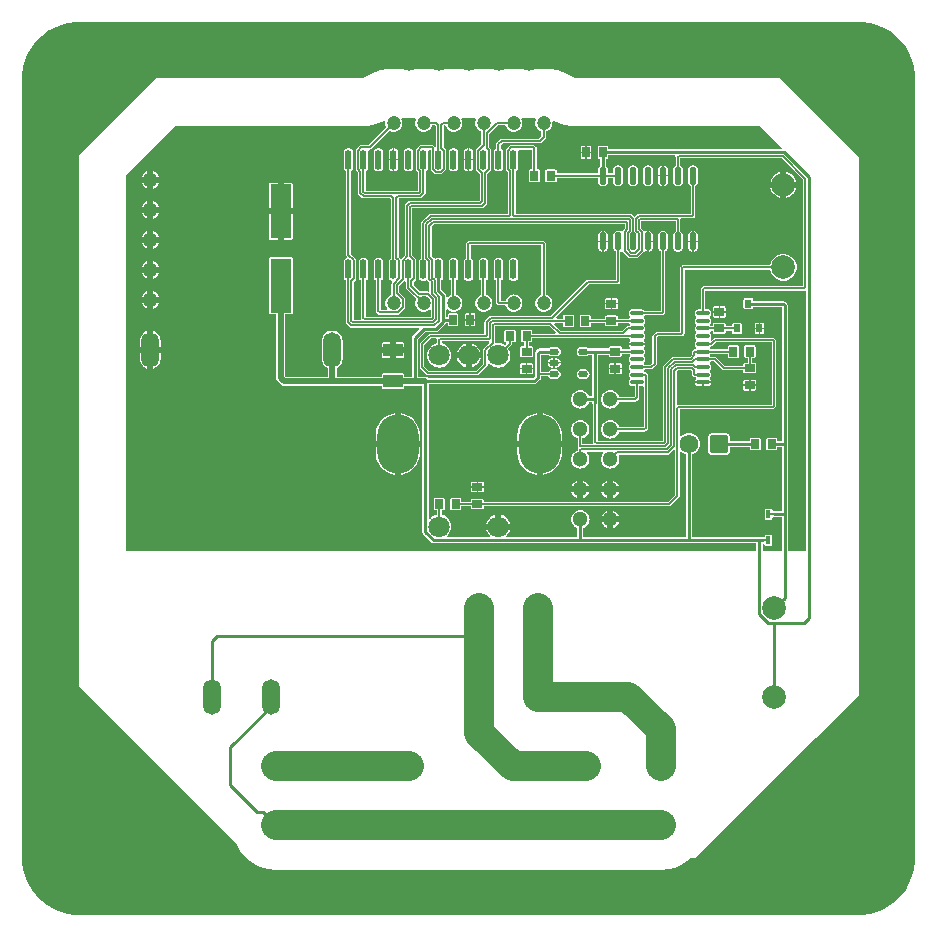
<source format=gbr>
%TF.GenerationSoftware,Altium Limited,Altium Designer,20.1.8 (145)*%
G04 Layer_Physical_Order=1*
G04 Layer_Color=255*
%FSLAX45Y45*%
%MOMM*%
%TF.SameCoordinates,B5EC77A6-7288-46EB-B60E-D79F015BB0CB*%
%TF.FilePolarity,Positive*%
%TF.FileFunction,Copper,L1,Top,Signal*%
%TF.Part,Single*%
G01*
G75*
%TA.AperFunction,SMDPad,CuDef*%
G04:AMPARAMS|DCode=10|XSize=0.35mm|YSize=0.7mm|CornerRadius=0.00175mm|HoleSize=0mm|Usage=FLASHONLY|Rotation=0.000|XOffset=0mm|YOffset=0mm|HoleType=Round|Shape=RoundedRectangle|*
%AMROUNDEDRECTD10*
21,1,0.35000,0.69650,0,0,0.0*
21,1,0.34650,0.70000,0,0,0.0*
1,1,0.00350,0.17325,-0.34825*
1,1,0.00350,-0.17325,-0.34825*
1,1,0.00350,-0.17325,0.34825*
1,1,0.00350,0.17325,0.34825*
%
%ADD10ROUNDEDRECTD10*%
G04:AMPARAMS|DCode=11|XSize=0.85mm|YSize=0.65mm|CornerRadius=0.00325mm|HoleSize=0mm|Usage=FLASHONLY|Rotation=180.000|XOffset=0mm|YOffset=0mm|HoleType=Round|Shape=RoundedRectangle|*
%AMROUNDEDRECTD11*
21,1,0.85000,0.64350,0,0,180.0*
21,1,0.84350,0.65000,0,0,180.0*
1,1,0.00650,-0.42175,0.32175*
1,1,0.00650,0.42175,0.32175*
1,1,0.00650,0.42175,-0.32175*
1,1,0.00650,-0.42175,-0.32175*
%
%ADD11ROUNDEDRECTD11*%
G04:AMPARAMS|DCode=12|XSize=0.8mm|YSize=0.7mm|CornerRadius=0.0035mm|HoleSize=0mm|Usage=FLASHONLY|Rotation=90.000|XOffset=0mm|YOffset=0mm|HoleType=Round|Shape=RoundedRectangle|*
%AMROUNDEDRECTD12*
21,1,0.80000,0.69300,0,0,90.0*
21,1,0.79300,0.70000,0,0,90.0*
1,1,0.00700,0.34650,0.39650*
1,1,0.00700,0.34650,-0.39650*
1,1,0.00700,-0.34650,-0.39650*
1,1,0.00700,-0.34650,0.39650*
%
%ADD12ROUNDEDRECTD12*%
G04:AMPARAMS|DCode=13|XSize=0.55mm|YSize=0.7mm|CornerRadius=0.00275mm|HoleSize=0mm|Usage=FLASHONLY|Rotation=180.000|XOffset=0mm|YOffset=0mm|HoleType=Round|Shape=RoundedRectangle|*
%AMROUNDEDRECTD13*
21,1,0.55000,0.69450,0,0,180.0*
21,1,0.54450,0.70000,0,0,180.0*
1,1,0.00550,-0.27225,0.34725*
1,1,0.00550,0.27225,0.34725*
1,1,0.00550,0.27225,-0.34725*
1,1,0.00550,-0.27225,-0.34725*
%
%ADD13ROUNDEDRECTD13*%
G04:AMPARAMS|DCode=14|XSize=0.8mm|YSize=0.7mm|CornerRadius=0.0035mm|HoleSize=0mm|Usage=FLASHONLY|Rotation=0.000|XOffset=0mm|YOffset=0mm|HoleType=Round|Shape=RoundedRectangle|*
%AMROUNDEDRECTD14*
21,1,0.80000,0.69300,0,0,0.0*
21,1,0.79300,0.70000,0,0,0.0*
1,1,0.00700,0.39650,-0.34650*
1,1,0.00700,-0.39650,-0.34650*
1,1,0.00700,-0.39650,0.34650*
1,1,0.00700,0.39650,0.34650*
%
%ADD14ROUNDEDRECTD14*%
%ADD15O,0.55000X1.70000*%
%ADD16O,0.55000X1.55000*%
%ADD17O,1.15000X0.40000*%
%ADD18O,0.85000X0.55000*%
G04:AMPARAMS|DCode=19|XSize=0.85mm|YSize=0.65mm|CornerRadius=0.00325mm|HoleSize=0mm|Usage=FLASHONLY|Rotation=90.000|XOffset=0mm|YOffset=0mm|HoleType=Round|Shape=RoundedRectangle|*
%AMROUNDEDRECTD19*
21,1,0.85000,0.64350,0,0,90.0*
21,1,0.84350,0.65000,0,0,90.0*
1,1,0.00650,0.32175,0.42175*
1,1,0.00650,0.32175,-0.42175*
1,1,0.00650,-0.32175,-0.42175*
1,1,0.00650,-0.32175,0.42175*
%
%ADD19ROUNDEDRECTD19*%
G04:AMPARAMS|DCode=20|XSize=1.75mm|YSize=4.55mm|CornerRadius=0.00875mm|HoleSize=0mm|Usage=FLASHONLY|Rotation=180.000|XOffset=0mm|YOffset=0mm|HoleType=Round|Shape=RoundedRectangle|*
%AMROUNDEDRECTD20*
21,1,1.75000,4.53250,0,0,180.0*
21,1,1.73250,4.55000,0,0,180.0*
1,1,0.01750,-0.86625,2.26625*
1,1,0.01750,0.86625,2.26625*
1,1,0.01750,0.86625,-2.26625*
1,1,0.01750,-0.86625,-2.26625*
%
%ADD20ROUNDEDRECTD20*%
G04:AMPARAMS|DCode=21|XSize=1.65mm|YSize=1.05mm|CornerRadius=0.00525mm|HoleSize=0mm|Usage=FLASHONLY|Rotation=180.000|XOffset=0mm|YOffset=0mm|HoleType=Round|Shape=RoundedRectangle|*
%AMROUNDEDRECTD21*
21,1,1.65000,1.03950,0,0,180.0*
21,1,1.63950,1.05000,0,0,180.0*
1,1,0.01050,-0.81975,0.51975*
1,1,0.01050,0.81975,0.51975*
1,1,0.01050,0.81975,-0.51975*
1,1,0.01050,-0.81975,-0.51975*
%
%ADD21ROUNDEDRECTD21*%
%TA.AperFunction,Conductor*%
%ADD22C,0.25400*%
%ADD23C,0.12700*%
%ADD24C,2.50000*%
%ADD25C,0.50800*%
%ADD26C,0.17780*%
%ADD27C,0.15240*%
%TA.AperFunction,ComponentPad*%
%ADD28C,2.00000*%
%ADD29O,1.50000X3.00000*%
%ADD30C,1.30000*%
%ADD31C,1.80000*%
%ADD32O,3.50000X5.00000*%
G04:AMPARAMS|DCode=33|XSize=3.5mm|YSize=5mm|CornerRadius=1.75mm|HoleSize=0mm|Usage=FLASHONLY|Rotation=0.000|XOffset=0mm|YOffset=0mm|HoleType=Round|Shape=RoundedRectangle|*
%AMROUNDEDRECTD33*
21,1,3.50000,1.50000,0,0,0.0*
21,1,0.00000,5.00000,0,0,0.0*
1,1,3.50000,0.00000,-0.75000*
1,1,3.50000,0.00000,-0.75000*
1,1,3.50000,0.00000,0.75000*
1,1,3.50000,0.00000,0.75000*
%
%ADD33ROUNDEDRECTD33*%
%TA.AperFunction,ViaPad*%
%ADD34O,2.20000X4.20000*%
%TA.AperFunction,ComponentPad*%
%ADD35C,1.20000*%
G04:AMPARAMS|DCode=36|XSize=1.58mm|YSize=1.58mm|CornerRadius=0.158mm|HoleSize=0mm|Usage=FLASHONLY|Rotation=270.000|XOffset=0mm|YOffset=0mm|HoleType=Round|Shape=RoundedRectangle|*
%AMROUNDEDRECTD36*
21,1,1.58000,1.26400,0,0,270.0*
21,1,1.26400,1.58000,0,0,270.0*
1,1,0.31600,-0.63200,-0.63200*
1,1,0.31600,-0.63200,0.63200*
1,1,0.31600,0.63200,0.63200*
1,1,0.31600,0.63200,-0.63200*
%
%ADD36ROUNDEDRECTD36*%
%ADD37C,1.58000*%
%TA.AperFunction,ViaPad*%
%ADD38C,5.00000*%
%ADD39C,0.41000*%
G36*
X3869526Y6261260D02*
X3871005Y6257016D01*
X3867509Y6250476D01*
X3863352Y6236772D01*
X3861948Y6222520D01*
X3863352Y6208269D01*
X3867509Y6194564D01*
X3874260Y6181935D01*
X3883345Y6170865D01*
X3894415Y6161780D01*
X3907044Y6155029D01*
X3915577Y6152441D01*
Y6112205D01*
X3894472Y6091100D01*
X3579937D01*
X3572504Y6089622D01*
X3566203Y6085411D01*
X3537366Y6056574D01*
X3533155Y6050273D01*
X3531677Y6042840D01*
Y6006447D01*
X3530827Y6006095D01*
X3522429Y5999651D01*
X3515986Y5991254D01*
X3511935Y5981474D01*
X3510553Y5970980D01*
Y5855980D01*
X3511935Y5845486D01*
X3515986Y5835707D01*
X3522429Y5827309D01*
X3530827Y5820866D01*
X3540606Y5816815D01*
X3551100Y5815433D01*
X3561594Y5816815D01*
X3571373Y5820866D01*
X3579771Y5827309D01*
X3586215Y5835707D01*
X3590265Y5845486D01*
X3591647Y5855980D01*
Y5970980D01*
X3590265Y5981474D01*
X3586215Y5991254D01*
X3579771Y5999651D01*
X3571373Y6006095D01*
X3570523Y6006447D01*
Y6034795D01*
X3587982Y6052254D01*
X3902517D01*
X3909950Y6053732D01*
X3916251Y6057943D01*
X3948734Y6090426D01*
X3952945Y6096727D01*
X3954423Y6104160D01*
Y6152441D01*
X3962956Y6155029D01*
X3975585Y6161780D01*
X3986655Y6170865D01*
X3995740Y6181935D01*
X4002491Y6194564D01*
X4006648Y6208269D01*
X4008052Y6222520D01*
X4006936Y6233852D01*
X4012993Y6239984D01*
X4018153Y6242596D01*
X4044789Y6229998D01*
X4081793Y6216757D01*
X4119916Y6207208D01*
X4158793Y6201441D01*
X4198046Y6199513D01*
X5766837Y6199515D01*
X5953616Y6012736D01*
X5948756Y6001003D01*
X4483015D01*
Y6017280D01*
X4482004Y6022362D01*
X4479126Y6026671D01*
X4474817Y6029550D01*
X4469735Y6030560D01*
X4405385D01*
X4400303Y6029550D01*
X4395995Y6026671D01*
X4393116Y6022362D01*
X4392105Y6017280D01*
Y5932930D01*
X4393116Y5927848D01*
X4395995Y5923540D01*
X4400303Y5920661D01*
X4405385Y5919650D01*
X4411662D01*
Y5857579D01*
X4408889Y5855451D01*
X4402446Y5847053D01*
X4398395Y5837274D01*
X4397013Y5826780D01*
Y5796203D01*
X4044141D01*
Y5816430D01*
X4043128Y5821522D01*
X4040244Y5825838D01*
X4035927Y5828723D01*
X4030835Y5829736D01*
X3961536D01*
X3956444Y5828723D01*
X3952127Y5825838D01*
X3949243Y5821522D01*
X3948230Y5816430D01*
Y5737130D01*
X3949243Y5732038D01*
X3952127Y5727721D01*
X3956444Y5724837D01*
X3961536Y5723824D01*
X4030835D01*
X4035927Y5724837D01*
X4040244Y5727721D01*
X4043128Y5732038D01*
X4044141Y5737130D01*
Y5757357D01*
X4397013D01*
Y5726780D01*
X4398395Y5716285D01*
X4402446Y5706506D01*
X4408889Y5698109D01*
X4417287Y5691665D01*
X4427066Y5687614D01*
X4437560Y5686233D01*
X4448054Y5687614D01*
X4457833Y5691665D01*
X4466231Y5698109D01*
X4472675Y5706506D01*
X4476725Y5716285D01*
X4478107Y5726780D01*
Y5757357D01*
X4524013D01*
Y5726780D01*
X4525395Y5716285D01*
X4529446Y5706506D01*
X4535889Y5698109D01*
X4544287Y5691665D01*
X4554066Y5687614D01*
X4564560Y5686233D01*
X4575054Y5687614D01*
X4584833Y5691665D01*
X4593231Y5698109D01*
X4599675Y5706506D01*
X4603725Y5716285D01*
X4605107Y5726780D01*
Y5826780D01*
X4603725Y5837274D01*
X4599675Y5847053D01*
X4593231Y5855451D01*
X4584833Y5861895D01*
X4575054Y5865945D01*
X4564560Y5867327D01*
X4554066Y5865945D01*
X4544287Y5861895D01*
X4535889Y5855451D01*
X4529446Y5847053D01*
X4525395Y5837274D01*
X4524013Y5826780D01*
Y5796203D01*
X4478107D01*
Y5826780D01*
X4476725Y5837274D01*
X4472675Y5847053D01*
X4466231Y5855451D01*
X4463458Y5857579D01*
Y5919650D01*
X4469735D01*
X4474817Y5920661D01*
X4479126Y5923540D01*
X4482004Y5927848D01*
X4483015Y5932930D01*
Y5949208D01*
X5045302D01*
X5047933Y5946687D01*
X5053864Y5936507D01*
X5053137Y5932853D01*
Y5862247D01*
X5052287Y5861895D01*
X5043889Y5855451D01*
X5037446Y5847053D01*
X5033395Y5837274D01*
X5032013Y5826780D01*
Y5726780D01*
X5033395Y5716285D01*
X5037446Y5706506D01*
X5043889Y5698109D01*
X5052287Y5691665D01*
X5062066Y5687614D01*
X5072560Y5686233D01*
X5083054Y5687614D01*
X5092833Y5691665D01*
X5101231Y5698109D01*
X5107675Y5706506D01*
X5111725Y5716285D01*
X5113107Y5726780D01*
Y5826780D01*
X5111725Y5837274D01*
X5107675Y5847053D01*
X5101231Y5855451D01*
X5092833Y5861895D01*
X5091983Y5862247D01*
Y5923932D01*
X5949678D01*
X6131367Y5742244D01*
Y4843063D01*
X5294141D01*
X5294140Y4843063D01*
X5286707Y4841585D01*
X5280406Y4837374D01*
X5280405Y4837374D01*
X5270246Y4827214D01*
X5266035Y4820913D01*
X5264557Y4813480D01*
Y4646399D01*
X5246480D01*
X5237944Y4645275D01*
X5229989Y4641980D01*
X5223158Y4636739D01*
X5217917Y4629908D01*
X5214622Y4621953D01*
X5213498Y4613417D01*
X5214622Y4604881D01*
X5217917Y4596926D01*
X5223158Y4590095D01*
X5225055Y4588640D01*
X5225861Y4586736D01*
Y4575098D01*
X5225055Y4573194D01*
X5223158Y4571739D01*
X5217917Y4564908D01*
X5214622Y4556953D01*
X5213498Y4548417D01*
X5214622Y4539880D01*
X5217917Y4531926D01*
X5223158Y4525095D01*
X5225055Y4523639D01*
X5225860Y4521736D01*
Y4510098D01*
X5225055Y4508194D01*
X5223158Y4506739D01*
X5217917Y4499908D01*
X5214622Y4491953D01*
X5213498Y4483417D01*
X5214622Y4474881D01*
X5217917Y4466926D01*
X5223158Y4460095D01*
X5225055Y4458640D01*
X5225861Y4456736D01*
Y4445098D01*
X5225055Y4443194D01*
X5223158Y4441739D01*
X5217917Y4434908D01*
X5214622Y4426953D01*
X5213498Y4418417D01*
X5214622Y4409880D01*
X5217917Y4401926D01*
X5223158Y4395095D01*
X5225055Y4393640D01*
X5225860Y4391736D01*
Y4380098D01*
X5225055Y4378194D01*
X5223158Y4376739D01*
X5217917Y4369908D01*
X5214622Y4361953D01*
X5213498Y4353417D01*
X5214622Y4344881D01*
X5217917Y4336926D01*
X5223158Y4330095D01*
X5223369Y4329933D01*
X5224433Y4316659D01*
X5216167Y4307840D01*
X5213781D01*
X5213780Y4307840D01*
X5206347Y4306361D01*
X5200046Y4302151D01*
X5195986Y4298091D01*
X5191775Y4291790D01*
X5190297Y4284357D01*
Y4263086D01*
X5173374Y4246163D01*
X5033377D01*
X5025944Y4244685D01*
X5019643Y4240474D01*
X4951089Y4171920D01*
X4946878Y4165619D01*
X4945400Y4158186D01*
Y3529845D01*
X4391920D01*
Y3836710D01*
X4396424Y3843450D01*
X4398395Y3853360D01*
Y3883572D01*
Y4262519D01*
X4483705D01*
Y4256242D01*
X4484716Y4251160D01*
X4487595Y4246851D01*
X4491903Y4243972D01*
X4496985Y4242962D01*
X4581335D01*
X4586417Y4243972D01*
X4590726Y4246851D01*
X4593604Y4251160D01*
X4594615Y4256242D01*
Y4266404D01*
X4662153D01*
X4663158Y4265095D01*
X4665055Y4263639D01*
X4665860Y4261736D01*
Y4250098D01*
X4665055Y4248194D01*
X4663158Y4246739D01*
X4657917Y4239908D01*
X4654622Y4231953D01*
X4653498Y4223417D01*
X4654622Y4214881D01*
X4657917Y4206926D01*
X4663158Y4200095D01*
X4665055Y4198640D01*
X4665861Y4196736D01*
Y4185098D01*
X4665055Y4183194D01*
X4663158Y4181739D01*
X4657917Y4174908D01*
X4654622Y4166953D01*
X4653498Y4158417D01*
X4654622Y4149880D01*
X4657917Y4141926D01*
X4663158Y4135095D01*
X4665055Y4133640D01*
X4665860Y4131736D01*
Y4120098D01*
X4665055Y4118194D01*
X4663158Y4116739D01*
X4657917Y4109908D01*
X4654622Y4101953D01*
X4653498Y4093417D01*
X4654622Y4084881D01*
X4657917Y4076926D01*
X4663158Y4070095D01*
X4665055Y4068640D01*
X4665861Y4066736D01*
Y4055098D01*
X4665055Y4053194D01*
X4663158Y4051739D01*
X4657917Y4044908D01*
X4654622Y4036953D01*
X4653498Y4028417D01*
X4654622Y4019880D01*
X4657917Y4011926D01*
X4663158Y4005095D01*
X4669989Y3999854D01*
X4677944Y3996559D01*
X4686480Y3995435D01*
X4704557D01*
Y3907762D01*
X4699789Y3902995D01*
X4571779D01*
X4568608Y3913450D01*
X4561392Y3926948D01*
X4551683Y3938780D01*
X4539851Y3948489D01*
X4526353Y3955704D01*
X4511707Y3960147D01*
X4496475Y3961647D01*
X4481243Y3960147D01*
X4466597Y3955704D01*
X4453098Y3948489D01*
X4441267Y3938780D01*
X4431557Y3926948D01*
X4424342Y3913450D01*
X4419899Y3898803D01*
X4418399Y3883572D01*
X4419899Y3868340D01*
X4424342Y3853693D01*
X4431557Y3840195D01*
X4441267Y3828364D01*
X4453098Y3818654D01*
X4466597Y3811439D01*
X4481243Y3806996D01*
X4496475Y3805496D01*
X4511707Y3806996D01*
X4526353Y3811439D01*
X4539851Y3818654D01*
X4551683Y3828364D01*
X4561392Y3840195D01*
X4568608Y3853693D01*
X4571779Y3864148D01*
X4707835D01*
X4715268Y3865627D01*
X4721569Y3869837D01*
X4737714Y3885983D01*
X4741925Y3892284D01*
X4743403Y3899717D01*
Y3995435D01*
X4761480D01*
X4769068Y3996434D01*
X4770364Y3996296D01*
X4781768Y3987680D01*
Y3651332D01*
X4779432Y3648995D01*
X4571779D01*
X4568608Y3659450D01*
X4561392Y3672948D01*
X4551683Y3684780D01*
X4539851Y3694489D01*
X4526353Y3701704D01*
X4511707Y3706147D01*
X4496475Y3707647D01*
X4481243Y3706147D01*
X4466597Y3701704D01*
X4453098Y3694489D01*
X4441267Y3684780D01*
X4431557Y3672948D01*
X4424342Y3659450D01*
X4419899Y3644803D01*
X4418399Y3629572D01*
X4419899Y3614340D01*
X4424342Y3599693D01*
X4431557Y3586195D01*
X4441267Y3574364D01*
X4453098Y3564654D01*
X4466597Y3557439D01*
X4481243Y3552996D01*
X4496475Y3551496D01*
X4511707Y3552996D01*
X4526353Y3557439D01*
X4539851Y3564654D01*
X4551683Y3574364D01*
X4561392Y3586195D01*
X4568608Y3599693D01*
X4571779Y3610148D01*
X4787477D01*
X4794910Y3611627D01*
X4801211Y3615837D01*
X4814926Y3629552D01*
X4819136Y3635853D01*
X4820615Y3643286D01*
Y4086379D01*
X4819136Y4093812D01*
X4814926Y4100113D01*
X4807888Y4107151D01*
X4801586Y4111362D01*
X4794153Y4112840D01*
X4787794D01*
X4784802Y4116739D01*
X4784592Y4116901D01*
X4783527Y4130175D01*
X4791794Y4138994D01*
X4847289D01*
X4854722Y4140472D01*
X4861024Y4144683D01*
X4886841Y4170500D01*
X4891052Y4176802D01*
X4892530Y4184235D01*
X4892530Y4184236D01*
Y4407707D01*
X4900861Y4416038D01*
X5101273D01*
X5108706Y4417517D01*
X5115008Y4421727D01*
X5122447Y4429167D01*
X5126658Y4435468D01*
X5128136Y4442901D01*
Y4981679D01*
X5852861D01*
X5856584Y4966168D01*
X5863373Y4949779D01*
X5872642Y4934654D01*
X5884163Y4921165D01*
X5897652Y4909644D01*
X5912777Y4900375D01*
X5929166Y4893587D01*
X5946415Y4889446D01*
X5964100Y4888054D01*
X5981785Y4889446D01*
X5999034Y4893587D01*
X6015423Y4900375D01*
X6030548Y4909644D01*
X6044037Y4921165D01*
X6055558Y4934654D01*
X6064827Y4949779D01*
X6071616Y4966168D01*
X6075757Y4983418D01*
X6077149Y5001102D01*
X6075757Y5018787D01*
X6071616Y5036036D01*
X6064827Y5052425D01*
X6055558Y5067550D01*
X6044037Y5081040D01*
X6030548Y5092561D01*
X6015423Y5101829D01*
X5999034Y5108618D01*
X5981785Y5112759D01*
X5964100Y5114151D01*
X5946415Y5112759D01*
X5929166Y5108618D01*
X5912777Y5101829D01*
X5897652Y5092561D01*
X5884163Y5081040D01*
X5872642Y5067550D01*
X5863373Y5052425D01*
X5856584Y5036036D01*
X5852861Y5020526D01*
X5116153D01*
X5108720Y5019047D01*
X5102418Y5014837D01*
X5094979Y5007397D01*
X5090768Y5001096D01*
X5089290Y4993663D01*
Y4454884D01*
X4892816D01*
X4885383Y4453406D01*
X4879081Y4449196D01*
X4859373Y4429487D01*
X4855163Y4423186D01*
X4853684Y4415753D01*
Y4192280D01*
X4839244Y4177840D01*
X4787794D01*
X4784802Y4181739D01*
X4782905Y4183194D01*
X4782100Y4185098D01*
Y4196736D01*
X4782905Y4198640D01*
X4784802Y4200095D01*
X4790044Y4206926D01*
X4793338Y4214881D01*
X4794462Y4223417D01*
X4793338Y4231953D01*
X4790044Y4239908D01*
X4784802Y4246739D01*
X4782906Y4248194D01*
X4782100Y4250098D01*
Y4261736D01*
X4782906Y4263639D01*
X4784802Y4265095D01*
X4790044Y4271926D01*
X4793338Y4279880D01*
X4794462Y4288417D01*
X4793338Y4296953D01*
X4790044Y4304908D01*
X4784802Y4311739D01*
X4782905Y4313194D01*
X4782100Y4315098D01*
Y4326736D01*
X4782905Y4328640D01*
X4784802Y4330095D01*
X4790044Y4336926D01*
X4793338Y4344881D01*
X4793627Y4347072D01*
X4654333D01*
X4654622Y4344881D01*
X4657917Y4336926D01*
X4663158Y4330095D01*
X4661785Y4317368D01*
X4655094Y4310430D01*
X4594615D01*
Y4320592D01*
X4593604Y4325674D01*
X4590726Y4329982D01*
X4586417Y4332861D01*
X4581335Y4333872D01*
X4496985D01*
X4491903Y4332861D01*
X4487595Y4329982D01*
X4484716Y4325674D01*
X4483705Y4320592D01*
Y4314314D01*
X4313759D01*
X4311631Y4317088D01*
X4303234Y4323531D01*
X4293455Y4327582D01*
X4282960Y4328964D01*
X4252960D01*
X4242466Y4327582D01*
X4232687Y4323531D01*
X4224289Y4317088D01*
X4217846Y4308690D01*
X4213795Y4298911D01*
X4212413Y4288417D01*
X4213795Y4277923D01*
X4217846Y4268144D01*
X4224289Y4259746D01*
X4232687Y4253302D01*
X4242466Y4249252D01*
X4252960Y4247870D01*
X4282960D01*
X4293455Y4249252D01*
X4303234Y4253302D01*
X4311631Y4259746D01*
X4313759Y4262519D01*
X4346600D01*
Y3909469D01*
X4315815D01*
X4314608Y3913450D01*
X4307392Y3926948D01*
X4297683Y3938780D01*
X4285851Y3948489D01*
X4272353Y3955704D01*
X4257707Y3960147D01*
X4242475Y3961647D01*
X4227243Y3960147D01*
X4212597Y3955704D01*
X4199098Y3948489D01*
X4187267Y3938780D01*
X4177557Y3926948D01*
X4170342Y3913450D01*
X4165899Y3898803D01*
X4164399Y3883572D01*
X4165899Y3868340D01*
X4170342Y3853693D01*
X4177557Y3840195D01*
X4187267Y3828364D01*
X4199098Y3818654D01*
X4212597Y3811439D01*
X4227243Y3806996D01*
X4242475Y3805496D01*
X4257707Y3806996D01*
X4272353Y3811439D01*
X4285851Y3818654D01*
X4297683Y3828364D01*
X4307392Y3840195D01*
X4314608Y3853693D01*
X4315815Y3857674D01*
X4346600D01*
Y3853360D01*
X4348571Y3843450D01*
X4353074Y3836710D01*
Y3521368D01*
X4353914Y3517145D01*
X4348501Y3507507D01*
X4345619Y3504445D01*
X4261898D01*
Y3554267D01*
X4272353Y3557439D01*
X4285851Y3564654D01*
X4297683Y3574364D01*
X4307392Y3586195D01*
X4314608Y3599693D01*
X4319051Y3614340D01*
X4320551Y3629572D01*
X4319051Y3644803D01*
X4314608Y3659450D01*
X4307392Y3672948D01*
X4297683Y3684780D01*
X4285851Y3694489D01*
X4272353Y3701704D01*
X4257707Y3706147D01*
X4242475Y3707647D01*
X4227243Y3706147D01*
X4212597Y3701704D01*
X4199098Y3694489D01*
X4187267Y3684780D01*
X4177557Y3672948D01*
X4170342Y3659450D01*
X4165899Y3644803D01*
X4164399Y3629572D01*
X4165899Y3614340D01*
X4170342Y3599693D01*
X4177557Y3586195D01*
X4187267Y3574364D01*
X4199098Y3564654D01*
X4212597Y3557439D01*
X4223052Y3554267D01*
Y3492274D01*
X4224530Y3484841D01*
X4228741Y3478540D01*
Y3468102D01*
X4224530Y3461801D01*
X4223052Y3454368D01*
Y3450876D01*
X4212597Y3447704D01*
X4199098Y3440489D01*
X4187267Y3430780D01*
X4177557Y3418948D01*
X4170342Y3405450D01*
X4165899Y3390803D01*
X4164399Y3375572D01*
X4165899Y3360340D01*
X4170342Y3345693D01*
X4177557Y3332195D01*
X4187267Y3320364D01*
X4199098Y3310654D01*
X4212597Y3303439D01*
X4227243Y3298996D01*
X4242475Y3297496D01*
X4257707Y3298996D01*
X4272353Y3303439D01*
X4285851Y3310654D01*
X4297683Y3320364D01*
X4307392Y3332195D01*
X4314608Y3345693D01*
X4319051Y3360340D01*
X4320551Y3375572D01*
X4319051Y3390803D01*
X4314608Y3405450D01*
X4307392Y3418948D01*
X4300375Y3427499D01*
X4304952Y3440199D01*
X4433998D01*
X4438574Y3427499D01*
X4431557Y3418948D01*
X4424342Y3405450D01*
X4419899Y3390803D01*
X4418399Y3375572D01*
X4419899Y3360340D01*
X4424342Y3345693D01*
X4431557Y3332195D01*
X4441267Y3320364D01*
X4453098Y3310654D01*
X4466597Y3303439D01*
X4481243Y3298996D01*
X4496475Y3297496D01*
X4511707Y3298996D01*
X4526353Y3303439D01*
X4539851Y3310654D01*
X4551683Y3320364D01*
X4561392Y3332195D01*
X4568608Y3345693D01*
X4573051Y3360340D01*
X4574551Y3375572D01*
X4573051Y3390803D01*
X4569624Y3402098D01*
X4576114Y3414799D01*
X4985640D01*
X4993073Y3416277D01*
X4999374Y3420487D01*
X5035267Y3456380D01*
X5047000Y3451520D01*
Y3075736D01*
X4988066Y3016803D01*
X3428406D01*
Y3029555D01*
X3427395Y3034637D01*
X3424517Y3038946D01*
X3420208Y3041824D01*
X3415126Y3042835D01*
X3330776D01*
X3325694Y3041824D01*
X3321386Y3038946D01*
X3318507Y3034637D01*
X3317496Y3029555D01*
Y3016803D01*
X3237936D01*
Y3037030D01*
X3236923Y3042122D01*
X3234039Y3046439D01*
X3229722Y3049323D01*
X3224630Y3050336D01*
X3155330D01*
X3150238Y3049323D01*
X3145922Y3046439D01*
X3143037Y3042122D01*
X3142024Y3037030D01*
Y2957730D01*
X3143037Y2952638D01*
X3145922Y2948322D01*
X3150238Y2945437D01*
X3155330Y2944424D01*
X3224630D01*
X3229722Y2945437D01*
X3234039Y2948322D01*
X3236923Y2952638D01*
X3237936Y2957730D01*
Y2977957D01*
X3317496D01*
Y2965205D01*
X3318507Y2960123D01*
X3321386Y2955815D01*
X3325694Y2952936D01*
X3330776Y2951925D01*
X3415126D01*
X3420208Y2952936D01*
X3424517Y2955815D01*
X3427395Y2960123D01*
X3428406Y2965205D01*
Y2977957D01*
X4996112D01*
X5003545Y2979435D01*
X5009846Y2983646D01*
X5080156Y3053956D01*
X5080157Y3053957D01*
X5084368Y3060258D01*
X5085846Y3067691D01*
X5085846Y3067692D01*
Y3437341D01*
X5098546Y3441885D01*
X5099318Y3440945D01*
X5113281Y3429486D01*
X5129211Y3420971D01*
X5138576Y3418130D01*
Y2716598D01*
X4270912D01*
Y2794231D01*
X4274893Y2795439D01*
X4288391Y2802654D01*
X4300223Y2812364D01*
X4309932Y2824195D01*
X4317148Y2837693D01*
X4321591Y2852340D01*
X4323091Y2867572D01*
X4321591Y2882803D01*
X4317148Y2897450D01*
X4309932Y2910948D01*
X4300223Y2922780D01*
X4288391Y2932489D01*
X4274893Y2939704D01*
X4260247Y2944147D01*
X4245015Y2945647D01*
X4229783Y2944147D01*
X4215137Y2939704D01*
X4201638Y2932489D01*
X4189807Y2922780D01*
X4180097Y2910948D01*
X4172882Y2897450D01*
X4168439Y2882803D01*
X4166939Y2867572D01*
X4168439Y2852340D01*
X4172882Y2837693D01*
X4180097Y2824195D01*
X4189807Y2812364D01*
X4201638Y2802654D01*
X4215137Y2795439D01*
X4219117Y2794231D01*
Y2716598D01*
X3622827D01*
X3618283Y2729298D01*
X3622951Y2733129D01*
X3635785Y2748767D01*
X3645321Y2766608D01*
X3649596Y2780700D01*
X3450364D01*
X3454639Y2766608D01*
X3464175Y2748767D01*
X3477009Y2733129D01*
X3481677Y2729298D01*
X3477133Y2716598D01*
X3122827D01*
X3118283Y2729298D01*
X3122951Y2733129D01*
X3135785Y2748767D01*
X3145321Y2766608D01*
X3151194Y2785968D01*
X3153177Y2806100D01*
X3151194Y2826233D01*
X3145321Y2845592D01*
X3135785Y2863433D01*
X3122951Y2879071D01*
X3107313Y2891905D01*
X3089472Y2901441D01*
X3070112Y2907314D01*
X3069403Y2907384D01*
Y2944424D01*
X3084630D01*
X3089722Y2945437D01*
X3094039Y2948322D01*
X3096923Y2952638D01*
X3097936Y2957730D01*
Y3037030D01*
X3096923Y3042122D01*
X3094039Y3046439D01*
X3089722Y3049323D01*
X3084630Y3050336D01*
X3015330D01*
X3010238Y3049323D01*
X3005921Y3046439D01*
X3003037Y3042122D01*
X3002024Y3037030D01*
Y2957730D01*
X3003037Y2952638D01*
X3005921Y2948322D01*
X3010238Y2945437D01*
X3015330Y2944424D01*
X3030557D01*
Y2907384D01*
X3029847Y2907314D01*
X3010488Y2901441D01*
X2992647Y2891905D01*
X2977009Y2879071D01*
X2972478Y2873550D01*
X2959778Y2878094D01*
Y4008801D01*
X2961053Y4009780D01*
X2962032Y4011056D01*
X3852465D01*
X3862376Y4013027D01*
X3870778Y4018641D01*
X3902152Y4050016D01*
X3907766Y4058418D01*
X3909738Y4068328D01*
Y4078994D01*
X3972493D01*
X3972845Y4078143D01*
X3979289Y4069746D01*
X3987686Y4063303D01*
X3997466Y4059252D01*
X4007960Y4057870D01*
X4037960D01*
X4048455Y4059252D01*
X4058234Y4063303D01*
X4066631Y4069746D01*
X4073075Y4078143D01*
X4077126Y4087923D01*
X4078507Y4098417D01*
X4077126Y4108911D01*
X4073075Y4118691D01*
X4066631Y4127088D01*
X4058234Y4133531D01*
X4048455Y4137582D01*
X4037960Y4138964D01*
X4007960D01*
X3997466Y4137582D01*
X3987686Y4133531D01*
X3979289Y4127088D01*
X3972845Y4118691D01*
X3972493Y4117840D01*
X3909738D01*
Y4262358D01*
X3909899Y4262519D01*
X3977161D01*
X3979289Y4259746D01*
X3987687Y4253302D01*
X3997466Y4249252D01*
X4007960Y4247870D01*
X4037960D01*
X4048455Y4249252D01*
X4058234Y4253302D01*
X4066631Y4259746D01*
X4073075Y4268143D01*
X4077126Y4277923D01*
X4078507Y4288417D01*
X4077126Y4298911D01*
X4073075Y4308690D01*
X4066631Y4317088D01*
X4058234Y4323531D01*
X4048455Y4327582D01*
X4037960Y4328964D01*
X4007960D01*
X3997466Y4327582D01*
X3987687Y4323531D01*
X3979289Y4317088D01*
X3977161Y4314314D01*
X3899172D01*
X3889261Y4312343D01*
X3880860Y4306729D01*
X3865528Y4291397D01*
X3859914Y4282995D01*
X3857943Y4273085D01*
Y4079055D01*
X3841738Y4062851D01*
X2962032D01*
X2961053Y4064126D01*
X2953094Y4070233D01*
X2943826Y4074073D01*
X2933880Y4075382D01*
X2867183D01*
Y4391273D01*
X2928361Y4452451D01*
X3022034D01*
X3031945Y4454422D01*
X3040346Y4460036D01*
X3099838Y4519527D01*
X3105451Y4527929D01*
X3105887Y4530118D01*
X3121069D01*
Y4513841D01*
X3122080Y4508758D01*
X3124959Y4504450D01*
X3129267Y4501571D01*
X3134349Y4500560D01*
X3198699D01*
X3203782Y4501571D01*
X3208090Y4504450D01*
X3210969Y4508758D01*
X3211980Y4513841D01*
Y4598190D01*
X3210969Y4603273D01*
X3208090Y4607581D01*
X3203782Y4610460D01*
X3198699Y4611471D01*
X3134349D01*
X3129267Y4610460D01*
X3124959Y4607581D01*
X3122080Y4603273D01*
X3121069Y4598190D01*
Y4581913D01*
X3107423D01*
Y4643810D01*
X3120123Y4648354D01*
X3121345Y4646865D01*
X3132415Y4637780D01*
X3145044Y4631029D01*
X3158748Y4626872D01*
X3173000Y4625469D01*
X3187252Y4626872D01*
X3200956Y4631029D01*
X3213585Y4637780D01*
X3224655Y4646865D01*
X3233740Y4657935D01*
X3240491Y4670564D01*
X3244648Y4684269D01*
X3246052Y4698520D01*
X3244648Y4712772D01*
X3240491Y4726476D01*
X3233740Y4739106D01*
X3224655Y4750175D01*
X3213585Y4759260D01*
X3200956Y4766011D01*
X3189523Y4769479D01*
Y4890514D01*
X3190373Y4890866D01*
X3198771Y4897309D01*
X3205215Y4905707D01*
X3209265Y4915486D01*
X3210647Y4925980D01*
Y5040980D01*
X3209265Y5051475D01*
X3205215Y5061254D01*
X3198771Y5069651D01*
X3190373Y5076095D01*
X3180594Y5080146D01*
X3170100Y5081527D01*
X3159606Y5080146D01*
X3149827Y5076095D01*
X3141429Y5069651D01*
X3134986Y5061254D01*
X3130935Y5051475D01*
X3129553Y5040980D01*
Y4925980D01*
X3130935Y4915486D01*
X3134986Y4905707D01*
X3141429Y4897309D01*
X3149827Y4890866D01*
X3150677Y4890514D01*
Y4767720D01*
X3145044Y4766011D01*
X3132415Y4759260D01*
X3121345Y4750175D01*
X3120123Y4748686D01*
X3107423Y4753231D01*
Y4764531D01*
X3105451Y4774442D01*
X3099838Y4782844D01*
X3068998Y4813684D01*
Y4895181D01*
X3071771Y4897309D01*
X3078215Y4905707D01*
X3082265Y4915486D01*
X3083647Y4925980D01*
Y5040980D01*
X3082265Y5051475D01*
X3078215Y5061254D01*
X3071771Y5069651D01*
X3063373Y5076095D01*
X3053594Y5080146D01*
X3043100Y5081527D01*
X3032606Y5080146D01*
X3022827Y5076095D01*
X3021347Y5075795D01*
X3006611Y5079576D01*
X3006381Y5079920D01*
X2986323Y5099978D01*
Y5346087D01*
X3005794Y5365557D01*
X4621337D01*
Y5330778D01*
X4605876Y5315317D01*
X4601721Y5309098D01*
X4601640Y5309007D01*
X4587837Y5304590D01*
X4584833Y5306895D01*
X4575054Y5310945D01*
X4564560Y5312327D01*
X4554066Y5310945D01*
X4544287Y5306895D01*
X4535889Y5300451D01*
X4529446Y5292054D01*
X4525395Y5282274D01*
X4524013Y5271780D01*
Y5171780D01*
X4525395Y5161286D01*
X4529446Y5151506D01*
X4535889Y5143109D01*
X4544287Y5136665D01*
X4545137Y5136313D01*
Y4895541D01*
X4310380D01*
X4302947Y4894062D01*
X4296646Y4889852D01*
X4000034Y4593240D01*
X3488808D01*
X3488807Y4593240D01*
X3481374Y4591761D01*
X3475072Y4587551D01*
X3437875Y4550353D01*
X3433664Y4544052D01*
X3432186Y4536619D01*
Y4438463D01*
X2974702D01*
X2967269Y4436984D01*
X2960968Y4432774D01*
X2889845Y4361651D01*
X2885634Y4355349D01*
X2884156Y4347916D01*
Y4159144D01*
X2885634Y4151711D01*
X2889845Y4145409D01*
X2942829Y4092425D01*
X2949130Y4088215D01*
X2956563Y4086737D01*
X3369501D01*
X3376934Y4088215D01*
X3383235Y4092425D01*
X3454664Y4163855D01*
X3458874Y4170156D01*
X3460353Y4177589D01*
Y4183405D01*
X3473053Y4187949D01*
X3477009Y4183129D01*
X3492647Y4170295D01*
X3510488Y4160759D01*
X3529847Y4154887D01*
X3549980Y4152904D01*
X3570112Y4154887D01*
X3589472Y4160759D01*
X3607313Y4170295D01*
X3622951Y4183129D01*
X3635785Y4198767D01*
X3645321Y4216609D01*
X3651194Y4235968D01*
X3653177Y4256100D01*
X3651194Y4276233D01*
X3645321Y4295592D01*
X3635785Y4313433D01*
X3635333Y4313984D01*
X3662977Y4341629D01*
X3667187Y4347930D01*
X3668666Y4355363D01*
Y4365461D01*
X3683893D01*
X3688984Y4366474D01*
X3693301Y4369358D01*
X3696185Y4373675D01*
X3697198Y4378767D01*
Y4458067D01*
X3696185Y4463159D01*
X3693301Y4467475D01*
X3688984Y4470360D01*
X3683893Y4471373D01*
X3614593D01*
X3609501Y4470360D01*
X3605184Y4467475D01*
X3602300Y4463159D01*
X3601287Y4458067D01*
Y4378767D01*
X3602300Y4373675D01*
X3605184Y4369358D01*
X3609501Y4366474D01*
X3614025Y4365574D01*
X3615167Y4363869D01*
X3619172Y4352761D01*
X3607864Y4341453D01*
X3607313Y4341905D01*
X3589472Y4351441D01*
X3570112Y4357314D01*
X3549980Y4359297D01*
X3533777Y4357701D01*
X3530608Y4359040D01*
X3525324Y4363432D01*
X3521832Y4368154D01*
Y4503594D01*
X3983809D01*
X4037829Y4449573D01*
X4032969Y4437840D01*
X3837199D01*
Y4458067D01*
X3836186Y4463159D01*
X3833301Y4467475D01*
X3828985Y4470360D01*
X3823893Y4471373D01*
X3754593D01*
X3749501Y4470360D01*
X3745184Y4467475D01*
X3742300Y4463159D01*
X3741287Y4458067D01*
Y4378767D01*
X3742300Y4373675D01*
X3745184Y4369358D01*
X3749501Y4366474D01*
X3754593Y4365461D01*
X3769820D01*
Y4333845D01*
X3747068D01*
X3741986Y4332834D01*
X3737677Y4329955D01*
X3734798Y4325647D01*
X3733788Y4320564D01*
Y4256215D01*
X3734798Y4251132D01*
X3737677Y4246824D01*
X3741986Y4243945D01*
X3747068Y4242934D01*
X3831418D01*
X3836500Y4243945D01*
X3840808Y4246824D01*
X3843687Y4251132D01*
X3844698Y4256215D01*
Y4320564D01*
X3843687Y4325647D01*
X3840808Y4329955D01*
X3836500Y4332834D01*
X3831418Y4333845D01*
X3808666D01*
Y4365461D01*
X3823893D01*
X3828985Y4366474D01*
X3833301Y4369358D01*
X3836186Y4373675D01*
X3837199Y4378767D01*
Y4398994D01*
X4656167D01*
X4664433Y4390175D01*
X4663369Y4376901D01*
X4663158Y4376739D01*
X4657917Y4369908D01*
X4654622Y4361953D01*
X4654335Y4359772D01*
X4793626D01*
X4793338Y4361953D01*
X4790044Y4369908D01*
X4784802Y4376739D01*
X4782906Y4378194D01*
X4782100Y4380098D01*
Y4391736D01*
X4782906Y4393640D01*
X4784802Y4395095D01*
X4790044Y4401926D01*
X4793338Y4409880D01*
X4794462Y4418417D01*
X4793338Y4426953D01*
X4790044Y4434908D01*
X4784802Y4441739D01*
X4782905Y4443194D01*
X4782100Y4445098D01*
Y4456736D01*
X4782905Y4458640D01*
X4784802Y4460095D01*
X4790044Y4466926D01*
X4793338Y4474881D01*
X4794462Y4483417D01*
X4793338Y4491953D01*
X4790044Y4499908D01*
X4784802Y4506739D01*
X4782906Y4508194D01*
X4782100Y4510098D01*
Y4521736D01*
X4782906Y4523639D01*
X4784802Y4525095D01*
X4790044Y4531926D01*
X4793338Y4539880D01*
X4794462Y4548417D01*
X4793338Y4556953D01*
X4790044Y4564908D01*
X4784802Y4571739D01*
X4784591Y4571901D01*
X4783527Y4585175D01*
X4791793Y4593994D01*
X4934546D01*
X4941979Y4595472D01*
X4948280Y4599683D01*
X4959294Y4610697D01*
X4963505Y4616998D01*
X4964983Y4624431D01*
Y5136313D01*
X4965833Y5136665D01*
X4974231Y5143109D01*
X4980675Y5151506D01*
X4984725Y5161286D01*
X4986107Y5171780D01*
Y5271780D01*
X4984725Y5282274D01*
X4980675Y5292054D01*
X4974231Y5300451D01*
X4965833Y5306895D01*
X4956054Y5310945D01*
X4945560Y5312327D01*
X4935066Y5310945D01*
X4925287Y5306895D01*
X4916889Y5300451D01*
X4910446Y5292054D01*
X4906395Y5282274D01*
X4905013Y5271780D01*
Y5171780D01*
X4906395Y5161286D01*
X4910446Y5151506D01*
X4916889Y5143109D01*
X4925287Y5136665D01*
X4926137Y5136313D01*
Y4632840D01*
X4787794D01*
X4784802Y4636739D01*
X4777971Y4641980D01*
X4770017Y4645275D01*
X4761480Y4646399D01*
X4686480D01*
X4677944Y4645275D01*
X4669989Y4641980D01*
X4663158Y4636739D01*
X4657917Y4629908D01*
X4654622Y4621953D01*
X4653498Y4613417D01*
X4654622Y4604881D01*
X4657917Y4596926D01*
X4663158Y4590095D01*
X4663369Y4589933D01*
X4664433Y4576659D01*
X4656167Y4567840D01*
X4564135D01*
Y4580592D01*
X4563124Y4585674D01*
X4560246Y4589982D01*
X4555937Y4592861D01*
X4550855Y4593872D01*
X4466505D01*
X4461423Y4592861D01*
X4457115Y4589982D01*
X4454236Y4585674D01*
X4453225Y4580592D01*
Y4567840D01*
X4333948D01*
Y4588067D01*
X4332935Y4593159D01*
X4330051Y4597475D01*
X4325734Y4600360D01*
X4320642Y4601373D01*
X4251342D01*
X4246250Y4600360D01*
X4241933Y4597475D01*
X4239049Y4593159D01*
X4238036Y4588067D01*
Y4508767D01*
X4239049Y4503675D01*
X4241933Y4499358D01*
X4246250Y4496474D01*
X4251342Y4495461D01*
X4320642D01*
X4325734Y4496474D01*
X4330051Y4499358D01*
X4332935Y4503675D01*
X4333948Y4508767D01*
Y4528994D01*
X4453225D01*
Y4516242D01*
X4454236Y4511160D01*
X4457115Y4506851D01*
X4461423Y4503972D01*
X4466505Y4502962D01*
X4550855D01*
X4555937Y4503972D01*
X4560246Y4506851D01*
X4563124Y4511160D01*
X4564135Y4516242D01*
Y4528994D01*
X4660166D01*
X4663158Y4525095D01*
X4663369Y4524933D01*
X4664433Y4511659D01*
X4656167Y4502840D01*
X4644953D01*
X4637520Y4501362D01*
X4631219Y4497151D01*
X4631218Y4497151D01*
X4597307Y4463240D01*
X4079100D01*
X4025079Y4517260D01*
X4029940Y4528994D01*
X4098036D01*
Y4508767D01*
X4099049Y4503675D01*
X4101933Y4499358D01*
X4106250Y4496474D01*
X4111342Y4495461D01*
X4180642D01*
X4185734Y4496474D01*
X4190050Y4499358D01*
X4192934Y4503675D01*
X4193947Y4508767D01*
Y4588067D01*
X4192934Y4593159D01*
X4190050Y4597475D01*
X4185734Y4600360D01*
X4180642Y4601373D01*
X4111342D01*
X4106250Y4600360D01*
X4101933Y4597475D01*
X4099049Y4593159D01*
X4098036Y4588067D01*
Y4567840D01*
X4046164D01*
X4041304Y4579573D01*
X4318425Y4856695D01*
X4557120D01*
X4564553Y4858173D01*
X4570855Y4862383D01*
X4578294Y4869823D01*
X4582505Y4876124D01*
X4583983Y4883557D01*
Y5126868D01*
X4590345Y5131512D01*
X4605738Y5128450D01*
X4605876Y5128243D01*
X4648023Y5086097D01*
X4648023Y5086096D01*
X4654325Y5081886D01*
X4661758Y5080407D01*
X4661759Y5080407D01*
X4721362D01*
X4728795Y5081886D01*
X4735097Y5086096D01*
X4777243Y5128243D01*
X4777244Y5128243D01*
X4781399Y5134462D01*
X4781481Y5134553D01*
X4795284Y5138969D01*
X4798287Y5136665D01*
X4808066Y5132615D01*
X4812210Y5132069D01*
Y5221784D01*
Y5311491D01*
X4808066Y5310945D01*
X4798287Y5306895D01*
X4795284Y5304590D01*
X4781480Y5309007D01*
X4781399Y5309098D01*
X4777244Y5315317D01*
X4761783Y5330778D01*
Y5390957D01*
X5053137D01*
Y5307247D01*
X5052287Y5306895D01*
X5043889Y5300451D01*
X5037446Y5292054D01*
X5033395Y5282274D01*
X5032013Y5271780D01*
Y5171780D01*
X5033395Y5161286D01*
X5037446Y5151506D01*
X5043889Y5143109D01*
X5052287Y5136665D01*
X5062066Y5132615D01*
X5072560Y5131233D01*
X5083054Y5132615D01*
X5092833Y5136665D01*
X5101231Y5143109D01*
X5107675Y5151506D01*
X5111725Y5161286D01*
X5113107Y5171780D01*
Y5271780D01*
X5111725Y5282274D01*
X5107675Y5292054D01*
X5101231Y5300451D01*
X5092833Y5306895D01*
X5091983Y5307247D01*
Y5403881D01*
X5101247Y5416357D01*
X5190459D01*
X5197892Y5417835D01*
X5204193Y5422046D01*
X5213294Y5431147D01*
X5217505Y5437448D01*
X5218983Y5444881D01*
X5218983Y5444882D01*
Y5691313D01*
X5219833Y5691665D01*
X5228231Y5698109D01*
X5234675Y5706506D01*
X5238725Y5716285D01*
X5240107Y5726780D01*
Y5826780D01*
X5238725Y5837274D01*
X5234675Y5847053D01*
X5228231Y5855451D01*
X5219833Y5861895D01*
X5210054Y5865945D01*
X5199560Y5867327D01*
X5189066Y5865945D01*
X5179287Y5861895D01*
X5170889Y5855451D01*
X5164446Y5847053D01*
X5160395Y5837274D01*
X5159013Y5826780D01*
Y5726780D01*
X5160395Y5716285D01*
X5164446Y5706506D01*
X5170889Y5698109D01*
X5179287Y5691665D01*
X5180137Y5691313D01*
Y5455203D01*
X4739924D01*
X4732491Y5453725D01*
X4726190Y5449514D01*
X4703783Y5427107D01*
X4681375Y5449514D01*
X4675074Y5453725D01*
X4667641Y5455203D01*
X3697523D01*
Y5820514D01*
X3698373Y5820866D01*
X3706771Y5827309D01*
X3713215Y5835707D01*
X3717265Y5845486D01*
X3718647Y5855980D01*
Y5970980D01*
X3717265Y5981474D01*
X3715636Y5985407D01*
X3722955Y5998107D01*
X3836762D01*
Y5829736D01*
X3821535D01*
X3816443Y5828723D01*
X3812127Y5825838D01*
X3809243Y5821522D01*
X3808230Y5816430D01*
Y5737130D01*
X3809243Y5732038D01*
X3812127Y5727721D01*
X3816443Y5724837D01*
X3821535Y5723824D01*
X3890835D01*
X3895927Y5724837D01*
X3900244Y5727721D01*
X3903128Y5732038D01*
X3904141Y5737130D01*
Y5816430D01*
X3903128Y5821522D01*
X3900244Y5825838D01*
X3895927Y5828723D01*
X3890835Y5829736D01*
X3875608D01*
Y6008499D01*
X3874130Y6015932D01*
X3869920Y6022234D01*
X3860889Y6031264D01*
X3854588Y6035475D01*
X3847155Y6036953D01*
X3658819D01*
X3651386Y6035475D01*
X3645084Y6031264D01*
X3617816Y6003996D01*
X3613606Y5997695D01*
X3612127Y5990262D01*
Y5836699D01*
X3613606Y5829266D01*
X3617816Y5822964D01*
X3632222Y5808559D01*
Y5455203D01*
X2976706D01*
X2969273Y5453725D01*
X2962972Y5449514D01*
X2902366Y5388908D01*
X2898155Y5382607D01*
X2896677Y5375174D01*
Y5076447D01*
X2895827Y5076095D01*
X2887429Y5069651D01*
X2880986Y5061254D01*
X2876935Y5051475D01*
X2875553Y5040980D01*
Y4925980D01*
X2876935Y4915486D01*
X2880986Y4905707D01*
X2887429Y4897309D01*
X2895827Y4890866D01*
X2905606Y4886815D01*
X2916100Y4885433D01*
X2926594Y4886815D01*
X2936037Y4890726D01*
X2936932Y4890969D01*
X2952193Y4887667D01*
X2966527Y4873333D01*
Y4805878D01*
X2965015Y4803747D01*
X2953827Y4796579D01*
X2951743Y4796993D01*
X2883916D01*
X2833923Y4846986D01*
Y4877504D01*
X2849384Y4892965D01*
X2853594Y4899266D01*
X2855073Y4906699D01*
Y5060262D01*
X2853594Y5067695D01*
X2849384Y5073996D01*
X2821223Y5102157D01*
Y5501395D01*
X2822505Y5502677D01*
X3411721D01*
X3419154Y5504156D01*
X3425455Y5508366D01*
X3450534Y5533445D01*
X3454745Y5539746D01*
X3456223Y5547179D01*
X3456223Y5547180D01*
Y5794803D01*
X3484384Y5822964D01*
X3488594Y5829266D01*
X3490073Y5836699D01*
Y5991255D01*
X3488594Y5998689D01*
X3484384Y6004990D01*
X3472194Y6017180D01*
Y6128452D01*
X3546839Y6203097D01*
X3610921D01*
X3613509Y6194564D01*
X3620260Y6181935D01*
X3629345Y6170865D01*
X3640415Y6161780D01*
X3653044Y6155029D01*
X3666748Y6150872D01*
X3681000Y6149469D01*
X3695252Y6150872D01*
X3708956Y6155029D01*
X3721585Y6161780D01*
X3732655Y6170865D01*
X3741740Y6181935D01*
X3748491Y6194564D01*
X3752648Y6208269D01*
X3754052Y6222520D01*
X3752648Y6236772D01*
X3748491Y6250476D01*
X3744995Y6257016D01*
X3746473Y6261259D01*
X3753208Y6268592D01*
X3755730Y6268133D01*
X3768783Y6267063D01*
X3781804Y6265565D01*
X3788365Y6265457D01*
X3794899Y6264922D01*
X3808000Y6265136D01*
X3821101Y6264922D01*
X3827635Y6265457D01*
X3834196Y6265565D01*
X3847218Y6267063D01*
X3860270Y6268133D01*
X3862792Y6268592D01*
X3869526Y6261260D01*
D02*
G37*
G36*
X3361526D02*
X3363005Y6257016D01*
X3359509Y6250476D01*
X3355352Y6236772D01*
X3353948Y6222520D01*
X3355352Y6208269D01*
X3359509Y6194564D01*
X3366260Y6181935D01*
X3375345Y6170865D01*
X3386415Y6161780D01*
X3399044Y6155029D01*
X3407577Y6152441D01*
Y6047757D01*
X3363816Y6003996D01*
X3359606Y5997695D01*
X3358127Y5990262D01*
Y5836699D01*
X3359606Y5829266D01*
X3363816Y5822964D01*
X3391977Y5794803D01*
Y5568286D01*
X3390615Y5566923D01*
X2803939D01*
X2796506Y5565445D01*
X2790205Y5561234D01*
X2762666Y5533695D01*
X2758455Y5527394D01*
X2756977Y5519961D01*
Y5102157D01*
X2734117Y5079297D01*
X2722975Y5074263D01*
X2717008Y5079372D01*
X2706923Y5089457D01*
Y5578369D01*
X2712551Y5583997D01*
X2887885D01*
X2895318Y5585475D01*
X2901620Y5589686D01*
X2929834Y5617901D01*
X2934045Y5624202D01*
X2935523Y5631635D01*
X2935523Y5631636D01*
Y5820514D01*
X2936373Y5820866D01*
X2944771Y5827309D01*
X2951215Y5835707D01*
X2955265Y5845486D01*
X2956647Y5855980D01*
Y5970980D01*
X2955265Y5981474D01*
X2953636Y5985407D01*
X2960955Y5998107D01*
X2977127D01*
Y5836699D01*
X2978606Y5829266D01*
X2982816Y5822964D01*
X3010084Y5795696D01*
X3016386Y5791486D01*
X3023819Y5790007D01*
X3062381D01*
X3069815Y5791486D01*
X3076116Y5795696D01*
X3103384Y5822964D01*
X3107594Y5829266D01*
X3109073Y5836699D01*
Y5990262D01*
X3107594Y5997695D01*
X3103384Y6003996D01*
X3087923Y6019457D01*
Y6201235D01*
X3089786Y6203097D01*
X3102921D01*
X3105509Y6194564D01*
X3112260Y6181935D01*
X3121345Y6170865D01*
X3132415Y6161780D01*
X3145044Y6155029D01*
X3158748Y6150872D01*
X3173000Y6149469D01*
X3187252Y6150872D01*
X3200956Y6155029D01*
X3213585Y6161780D01*
X3224655Y6170865D01*
X3233740Y6181935D01*
X3240491Y6194564D01*
X3244648Y6208269D01*
X3246052Y6222520D01*
X3244648Y6236772D01*
X3240491Y6250476D01*
X3236995Y6257016D01*
X3238473Y6261259D01*
X3245208Y6268592D01*
X3247730Y6268133D01*
X3260783Y6267063D01*
X3273804Y6265565D01*
X3280365Y6265457D01*
X3286899Y6264922D01*
X3300000Y6265136D01*
X3313101Y6264922D01*
X3319635Y6265457D01*
X3326196Y6265565D01*
X3339218Y6267063D01*
X3352270Y6268133D01*
X3354792Y6268592D01*
X3361526Y6261260D01*
D02*
G37*
G36*
X2853526D02*
X2855005Y6257016D01*
X2851509Y6250476D01*
X2847352Y6236772D01*
X2845948Y6222520D01*
X2847352Y6208269D01*
X2851509Y6194564D01*
X2858260Y6181935D01*
X2867345Y6170865D01*
X2878415Y6161780D01*
X2891044Y6155029D01*
X2904748Y6150872D01*
X2919000Y6149469D01*
X2933252Y6150872D01*
X2946956Y6155029D01*
X2959585Y6161780D01*
X2970655Y6170865D01*
X2979740Y6181935D01*
X2986491Y6194564D01*
X2989079Y6203097D01*
X3017358D01*
X3023677Y6196778D01*
Y6025791D01*
X3010977Y6021938D01*
X3010285Y6022974D01*
X3001995Y6031264D01*
X2995693Y6035475D01*
X2988260Y6036953D01*
X2896819D01*
X2889386Y6035475D01*
X2883084Y6031264D01*
X2855816Y6003996D01*
X2851606Y5997695D01*
X2850127Y5990262D01*
Y5836699D01*
X2851606Y5829266D01*
X2855816Y5822964D01*
X2871277Y5807503D01*
Y5650201D01*
X2869319Y5648243D01*
X2428872D01*
X2427523Y5649592D01*
Y5820514D01*
X2428373Y5820866D01*
X2436771Y5827309D01*
X2443215Y5835707D01*
X2447265Y5845486D01*
X2448647Y5855980D01*
Y5970980D01*
X2447265Y5981474D01*
X2445636Y5985407D01*
X2452955Y5998107D01*
X2460010D01*
X2467443Y5999585D01*
X2473744Y6003796D01*
X2629181Y6159232D01*
X2637044Y6155029D01*
X2650748Y6150872D01*
X2665000Y6149469D01*
X2679252Y6150872D01*
X2692956Y6155029D01*
X2705585Y6161780D01*
X2716655Y6170865D01*
X2725740Y6181935D01*
X2732491Y6194564D01*
X2736648Y6208269D01*
X2738052Y6222520D01*
X2736648Y6236772D01*
X2732491Y6250476D01*
X2728995Y6257016D01*
X2730473Y6261259D01*
X2737208Y6268592D01*
X2739730Y6268133D01*
X2752783Y6267063D01*
X2765804Y6265565D01*
X2772365Y6265457D01*
X2778899Y6264922D01*
X2792000Y6265136D01*
X2805101Y6264922D01*
X2811635Y6265457D01*
X2818196Y6265565D01*
X2831218Y6267063D01*
X2844270Y6268133D01*
X2846792Y6268592D01*
X2853526Y6261260D01*
D02*
G37*
G36*
X2587005Y6239984D02*
X2593064Y6233851D01*
X2591948Y6222520D01*
X2593352Y6208269D01*
X2597509Y6194564D01*
X2601712Y6186701D01*
X2451964Y6036953D01*
X2388819D01*
X2381386Y6035475D01*
X2375084Y6031264D01*
X2347816Y6003996D01*
X2343606Y5997695D01*
X2342127Y5990262D01*
Y5833506D01*
X2343606Y5826073D01*
X2347816Y5819772D01*
X2363277Y5804311D01*
Y5631026D01*
X2364755Y5623593D01*
X2368966Y5617292D01*
X2396571Y5589687D01*
X2396572Y5589686D01*
X2402873Y5585475D01*
X2410306Y5583997D01*
X2636955D01*
X2642677Y5578275D01*
Y5076447D01*
X2641827Y5076095D01*
X2633429Y5069651D01*
X2626986Y5061254D01*
X2622935Y5051475D01*
X2621553Y5040980D01*
Y4925980D01*
X2622935Y4915486D01*
X2626986Y4905707D01*
X2633429Y4897309D01*
X2641827Y4890866D01*
X2645759Y4889237D01*
X2648745Y4882485D01*
X2649935Y4876118D01*
X2649665Y4874387D01*
X2647055Y4870482D01*
X2645577Y4863049D01*
Y4768600D01*
X2637044Y4766011D01*
X2624415Y4759260D01*
X2613345Y4750175D01*
X2604260Y4739106D01*
X2597509Y4726476D01*
X2593352Y4712772D01*
X2591948Y4698520D01*
X2593352Y4684269D01*
X2597509Y4670564D01*
X2604260Y4657935D01*
X2609464Y4651593D01*
X2603458Y4638893D01*
X2554523D01*
Y4890514D01*
X2555373Y4890866D01*
X2563771Y4897309D01*
X2570215Y4905707D01*
X2574265Y4915486D01*
X2575647Y4925980D01*
Y5040980D01*
X2574265Y5051475D01*
X2570215Y5061254D01*
X2563771Y5069651D01*
X2555373Y5076095D01*
X2545594Y5080146D01*
X2535100Y5081527D01*
X2524606Y5080146D01*
X2514827Y5076095D01*
X2506429Y5069651D01*
X2499986Y5061254D01*
X2495935Y5051475D01*
X2494553Y5040980D01*
Y4925980D01*
X2495935Y4915486D01*
X2499986Y4905707D01*
X2506429Y4897309D01*
X2514827Y4890866D01*
X2515677Y4890514D01*
Y4628819D01*
X2517155Y4621386D01*
X2521366Y4615084D01*
X2530714Y4605737D01*
X2530715Y4605736D01*
X2537016Y4601525D01*
X2544449Y4600047D01*
X2544450Y4600047D01*
X2697743D01*
X2705176Y4601525D01*
X2711478Y4605736D01*
X2757784Y4652043D01*
X2761995Y4658344D01*
X2763473Y4665777D01*
Y4731262D01*
X2763474Y4731264D01*
X2761995Y4738696D01*
X2757784Y4744998D01*
X2757784Y4744998D01*
X2709823Y4792959D01*
Y4844483D01*
X2753734Y4888394D01*
X2756977Y4888925D01*
X2769677Y4878136D01*
Y4828420D01*
X2771155Y4820987D01*
X2775366Y4814686D01*
X2855712Y4734340D01*
X2851509Y4726476D01*
X2847352Y4712772D01*
X2845948Y4698520D01*
X2847352Y4684269D01*
X2851509Y4670564D01*
X2858260Y4657935D01*
X2867345Y4646865D01*
X2878415Y4637780D01*
X2891044Y4631029D01*
X2904748Y4626872D01*
X2919000Y4625469D01*
X2933252Y4626872D01*
X2946956Y4631029D01*
X2959585Y4637780D01*
X2965927Y4642984D01*
X2978627Y4636978D01*
Y4580321D01*
X2427523D01*
Y4890514D01*
X2428373Y4890866D01*
X2436771Y4897309D01*
X2443215Y4905707D01*
X2447265Y4915486D01*
X2448647Y4925980D01*
Y5040980D01*
X2447265Y5051475D01*
X2443215Y5061254D01*
X2436771Y5069651D01*
X2428373Y5076095D01*
X2418594Y5080146D01*
X2408100Y5081527D01*
X2397606Y5080146D01*
X2387827Y5076095D01*
X2379429Y5069651D01*
X2372986Y5061254D01*
X2368935Y5051475D01*
X2367553Y5040980D01*
Y4925980D01*
X2368935Y4915486D01*
X2372986Y4905707D01*
X2379429Y4897309D01*
X2387827Y4890866D01*
X2388677Y4890514D01*
Y4571392D01*
X2389427Y4567622D01*
X2383599Y4557543D01*
X2380920Y4554921D01*
X2325923D01*
Y4877504D01*
X2341384Y4892965D01*
X2345594Y4899266D01*
X2347073Y4906699D01*
Y5060260D01*
X2347073Y5060262D01*
X2345594Y5067694D01*
X2341384Y5073996D01*
X2300523Y5114857D01*
Y5820514D01*
X2301373Y5820866D01*
X2309771Y5827309D01*
X2316215Y5835707D01*
X2320265Y5845486D01*
X2321647Y5855980D01*
Y5970980D01*
X2320265Y5981474D01*
X2316215Y5991254D01*
X2309771Y5999651D01*
X2301373Y6006095D01*
X2291594Y6010145D01*
X2281100Y6011527D01*
X2270606Y6010145D01*
X2260827Y6006095D01*
X2252429Y5999651D01*
X2245986Y5991254D01*
X2241935Y5981474D01*
X2240553Y5970980D01*
Y5855980D01*
X2241935Y5845486D01*
X2245986Y5835707D01*
X2252429Y5827309D01*
X2260827Y5820866D01*
X2261677Y5820514D01*
Y5106811D01*
X2263155Y5099378D01*
X2267366Y5093077D01*
X2268564Y5091879D01*
X2264759Y5077723D01*
X2260827Y5076095D01*
X2252429Y5069651D01*
X2245986Y5061254D01*
X2241935Y5051475D01*
X2240553Y5040980D01*
Y4925980D01*
X2241935Y4915486D01*
X2245986Y4905707D01*
X2252429Y4897309D01*
X2260827Y4890866D01*
X2261677Y4890514D01*
Y4534875D01*
X2263155Y4527442D01*
X2267366Y4521141D01*
X2292142Y4496364D01*
X2298444Y4492154D01*
X2305877Y4490675D01*
X2876743D01*
X2881603Y4478942D01*
X2822974Y4420312D01*
X2817360Y4411911D01*
X2815388Y4402000D01*
Y4075382D01*
X2755019D01*
Y4088928D01*
X2753993Y4094089D01*
X2751070Y4098463D01*
X2746695Y4101386D01*
X2741535Y4102412D01*
X2577585D01*
X2572425Y4101386D01*
X2568050Y4098463D01*
X2565127Y4094089D01*
X2564101Y4088928D01*
Y4075382D01*
X2181743D01*
Y4148724D01*
X2192274Y4154353D01*
X2205628Y4165312D01*
X2216587Y4178666D01*
X2224731Y4193902D01*
X2229746Y4210433D01*
X2231439Y4227625D01*
Y4377625D01*
X2229746Y4394818D01*
X2224731Y4411349D01*
X2216587Y4426585D01*
X2205628Y4439939D01*
X2192274Y4450898D01*
X2177038Y4459042D01*
X2160507Y4464057D01*
X2143315Y4465750D01*
X2126122Y4464057D01*
X2109591Y4459042D01*
X2094355Y4450898D01*
X2081001Y4439939D01*
X2070042Y4426585D01*
X2061899Y4411349D01*
X2056884Y4394818D01*
X2055190Y4377625D01*
Y4227625D01*
X2056884Y4210433D01*
X2061899Y4193902D01*
X2070042Y4178666D01*
X2081001Y4165312D01*
X2094355Y4154353D01*
X2104886Y4148724D01*
Y4075382D01*
X1752745D01*
X1747604Y4080523D01*
Y4605165D01*
X1795800D01*
X1801096Y4606218D01*
X1805587Y4609219D01*
X1808587Y4613709D01*
X1809641Y4619006D01*
Y5072256D01*
X1808587Y5077552D01*
X1805587Y5082043D01*
X1801096Y5085043D01*
X1795800Y5086097D01*
X1622550D01*
X1617253Y5085043D01*
X1612763Y5082043D01*
X1609763Y5077552D01*
X1608709Y5072256D01*
Y4619006D01*
X1609763Y4613709D01*
X1612763Y4609219D01*
X1617253Y4606218D01*
X1622550Y4605165D01*
X1670746D01*
Y4064605D01*
X1672056Y4054659D01*
X1674304Y4049230D01*
X1675895Y4045391D01*
X1682002Y4037432D01*
X1709654Y4009780D01*
X1717613Y4003673D01*
X1726881Y3999834D01*
X1736827Y3998525D01*
X2564101D01*
Y3984978D01*
X2565127Y3979818D01*
X2568050Y3975444D01*
X2572425Y3972521D01*
X2577585Y3971494D01*
X2741535D01*
X2746695Y3972521D01*
X2751070Y3975444D01*
X2753993Y3979818D01*
X2755019Y3984978D01*
Y3998525D01*
X2907982D01*
Y2759000D01*
X2909954Y2749089D01*
X2915568Y2740687D01*
X2983867Y2672388D01*
X2992269Y2666774D01*
X3002180Y2664802D01*
X5735397D01*
Y2599994D01*
X400485Y2599994D01*
X400493Y5785525D01*
X814476Y6199509D01*
X2401951Y6199511D01*
X2441205Y6201439D01*
X2480081Y6207206D01*
X2518204Y6216755D01*
X2555209Y6229996D01*
X2581847Y6242595D01*
X2587005Y6239984D01*
D02*
G37*
G36*
X3030699Y4386916D02*
X3030557Y4386200D01*
Y4357384D01*
X3029847Y4357314D01*
X3010488Y4351441D01*
X2992647Y4341905D01*
X2977009Y4329071D01*
X2964175Y4313433D01*
X2954639Y4295592D01*
X2948766Y4276233D01*
X2946783Y4256100D01*
X2948766Y4235968D01*
X2954639Y4216609D01*
X2964175Y4198767D01*
X2977009Y4183129D01*
X2992647Y4170295D01*
X3010488Y4160759D01*
X3029847Y4154887D01*
X3049980Y4152904D01*
X3070112Y4154887D01*
X3089472Y4160759D01*
X3107313Y4170295D01*
X3122951Y4183129D01*
X3135785Y4198767D01*
X3145321Y4216609D01*
X3151194Y4235968D01*
X3153177Y4256100D01*
X3151194Y4276233D01*
X3145321Y4295592D01*
X3135785Y4313433D01*
X3122951Y4329071D01*
X3107313Y4341905D01*
X3089472Y4351441D01*
X3070112Y4357314D01*
X3069403Y4357384D01*
Y4374217D01*
X3468447D01*
X3470620Y4371623D01*
X3474425Y4362234D01*
X3427196Y4315004D01*
X3422985Y4308703D01*
X3421507Y4301270D01*
Y4185634D01*
X3361455Y4125583D01*
X2964608D01*
X2923002Y4167189D01*
Y4339871D01*
X2982748Y4399617D01*
X3021922D01*
X3030699Y4386916D01*
D02*
G37*
G36*
X5865937Y4366315D02*
Y3839763D01*
X5077640D01*
X5073146Y3838869D01*
X5063816Y3844015D01*
X5060446Y3847037D01*
Y4118577D01*
X5072986Y4131117D01*
X5178007D01*
X5187757Y4121367D01*
Y4099740D01*
X5189235Y4092307D01*
X5193446Y4086006D01*
X5199768Y4079683D01*
X5199769Y4079683D01*
X5206070Y4075472D01*
X5213503Y4073994D01*
X5220166D01*
X5223158Y4070095D01*
X5225055Y4068640D01*
X5225861Y4066736D01*
Y4055098D01*
X5225055Y4053194D01*
X5223158Y4051739D01*
X5217917Y4044908D01*
X5214622Y4036953D01*
X5214334Y4034768D01*
X5353626D01*
X5353338Y4036953D01*
X5350043Y4044908D01*
X5344802Y4051739D01*
X5342905Y4053194D01*
X5342100Y4055098D01*
Y4066736D01*
X5342905Y4068640D01*
X5344802Y4070095D01*
X5350043Y4076926D01*
X5353338Y4084881D01*
X5354462Y4093417D01*
X5353338Y4101953D01*
X5350043Y4109908D01*
X5344802Y4116739D01*
X5342905Y4118194D01*
X5342100Y4120098D01*
Y4131736D01*
X5342905Y4133640D01*
X5344802Y4135095D01*
X5350043Y4141926D01*
X5353338Y4149880D01*
X5354462Y4158417D01*
X5353338Y4166953D01*
X5350043Y4174908D01*
X5344802Y4181739D01*
X5344591Y4181901D01*
X5343527Y4195175D01*
X5351793Y4203994D01*
X5374511D01*
X5443822Y4134682D01*
X5450124Y4130472D01*
X5457557Y4128993D01*
X5457558Y4128994D01*
X5624545D01*
Y4116242D01*
X5625556Y4111159D01*
X5628435Y4106851D01*
X5632743Y4103972D01*
X5637825Y4102961D01*
X5722175D01*
X5727258Y4103972D01*
X5731566Y4106851D01*
X5734445Y4111159D01*
X5735456Y4116242D01*
Y4180592D01*
X5734445Y4185674D01*
X5731566Y4189982D01*
X5727258Y4192861D01*
X5722175Y4193872D01*
X5699423D01*
Y4235461D01*
X5714650D01*
X5719742Y4236474D01*
X5724059Y4239358D01*
X5726943Y4243675D01*
X5727956Y4248767D01*
Y4328067D01*
X5726943Y4333159D01*
X5724059Y4337475D01*
X5719742Y4340360D01*
X5714650Y4341373D01*
X5645350D01*
X5640258Y4340360D01*
X5635942Y4337475D01*
X5633058Y4333159D01*
X5632045Y4328067D01*
Y4248767D01*
X5633058Y4243675D01*
X5635942Y4239358D01*
X5640258Y4236474D01*
X5645350Y4235461D01*
X5660577D01*
Y4193872D01*
X5637825D01*
X5632743Y4192861D01*
X5628435Y4189982D01*
X5625556Y4185674D01*
X5624545Y4180592D01*
Y4167840D01*
X5465602D01*
X5396290Y4237151D01*
X5389989Y4241362D01*
X5382556Y4242840D01*
X5351793D01*
X5343527Y4251659D01*
X5344592Y4264933D01*
X5344802Y4265095D01*
X5347794Y4268994D01*
X5492044D01*
Y4248767D01*
X5493057Y4243675D01*
X5495942Y4239358D01*
X5500258Y4236474D01*
X5505350Y4235461D01*
X5574650D01*
X5579742Y4236474D01*
X5584059Y4239358D01*
X5586943Y4243675D01*
X5587956Y4248767D01*
Y4328067D01*
X5586943Y4333159D01*
X5584059Y4337475D01*
X5579742Y4340360D01*
X5574650Y4341373D01*
X5505350D01*
X5500258Y4340360D01*
X5495942Y4337475D01*
X5493057Y4333159D01*
X5492044Y4328067D01*
Y4307840D01*
X5347794D01*
X5344802Y4311739D01*
X5344591Y4311901D01*
X5343527Y4325175D01*
X5351793Y4333994D01*
X5354180D01*
X5361613Y4335472D01*
X5367914Y4339683D01*
X5395568Y4367337D01*
X5864915D01*
X5865937Y4366315D01*
D02*
G37*
G36*
X6155151Y4797426D02*
X6156643Y4795305D01*
Y2599994D01*
X5999892D01*
Y2910700D01*
Y3506100D01*
Y4679125D01*
X5997921Y4689036D01*
X5992307Y4697438D01*
X5978015Y4711729D01*
X5969614Y4717343D01*
X5959703Y4719315D01*
X5706945D01*
Y4728142D01*
X5705938Y4733205D01*
X5703070Y4737496D01*
X5698779Y4740364D01*
X5693716Y4741371D01*
X5639266D01*
X5634204Y4740364D01*
X5629912Y4737496D01*
X5627044Y4733205D01*
X5626037Y4728142D01*
Y4658692D01*
X5627044Y4653630D01*
X5629912Y4649338D01*
X5634204Y4646470D01*
X5639266Y4645463D01*
X5693716D01*
X5698779Y4646470D01*
X5703070Y4649338D01*
X5705938Y4653630D01*
X5706945Y4658692D01*
Y4667519D01*
X5948097D01*
Y3531998D01*
X5913776D01*
Y3545750D01*
X5912763Y3550842D01*
X5909879Y3555159D01*
X5905562Y3558043D01*
X5900470Y3559056D01*
X5831170D01*
X5826078Y3558043D01*
X5821762Y3555159D01*
X5818877Y3550842D01*
X5817864Y3545750D01*
Y3466450D01*
X5818877Y3461358D01*
X5821762Y3457042D01*
X5826078Y3454157D01*
X5831170Y3453144D01*
X5900470D01*
X5905562Y3454157D01*
X5909879Y3457042D01*
X5912763Y3461358D01*
X5913776Y3466450D01*
Y3480203D01*
X5948097D01*
Y2936598D01*
X5882820D01*
X5880647Y2936165D01*
X5868017Y2945371D01*
X5867947Y2945525D01*
X5866948Y2950549D01*
X5864102Y2954807D01*
X5859843Y2957653D01*
X5854820Y2958652D01*
X5820170D01*
X5815146Y2957653D01*
X5810888Y2954807D01*
X5808042Y2950549D01*
X5807043Y2945525D01*
Y2875875D01*
X5808042Y2870852D01*
X5810888Y2866593D01*
X5815146Y2863747D01*
X5820170Y2862748D01*
X5854820D01*
X5859843Y2863747D01*
X5864102Y2866593D01*
X5866948Y2870852D01*
X5867947Y2875875D01*
X5868017Y2876029D01*
X5880647Y2885235D01*
X5882820Y2884802D01*
X5948097D01*
Y2599994D01*
X5787192D01*
Y2655810D01*
X5795699Y2660314D01*
X5797208Y2659723D01*
X5807541Y2653372D01*
X5808042Y2650851D01*
X5810888Y2646593D01*
X5815146Y2643747D01*
X5820170Y2642748D01*
X5854820D01*
X5859843Y2643747D01*
X5864102Y2646593D01*
X5866948Y2650851D01*
X5867947Y2655875D01*
Y2725525D01*
X5866948Y2730549D01*
X5864102Y2734807D01*
X5859843Y2737653D01*
X5854820Y2738652D01*
X5820170D01*
X5815146Y2737653D01*
X5810888Y2734807D01*
X5808042Y2730549D01*
X5807043Y2725525D01*
Y2724360D01*
X5804996Y2721957D01*
X5794342Y2715503D01*
X5788840Y2716598D01*
X5190371D01*
Y3418130D01*
X5199735Y3420971D01*
X5215665Y3429486D01*
X5229629Y3440945D01*
X5241088Y3454908D01*
X5249603Y3470838D01*
X5254846Y3488124D01*
X5256617Y3506100D01*
X5254846Y3524077D01*
X5249603Y3541362D01*
X5241088Y3557292D01*
X5229629Y3571255D01*
X5215665Y3582715D01*
X5199735Y3591230D01*
X5182450Y3596473D01*
X5164473Y3598244D01*
X5146497Y3596473D01*
X5129211Y3591230D01*
X5113281Y3582715D01*
X5099318Y3571255D01*
X5098546Y3570315D01*
X5085846Y3574859D01*
Y3800917D01*
X5875013D01*
X5882446Y3802395D01*
X5888747Y3806606D01*
X5899094Y3816953D01*
X5903305Y3823254D01*
X5904783Y3830688D01*
Y4374359D01*
X5904783Y4374361D01*
X5903305Y4381793D01*
X5899094Y4388095D01*
X5886695Y4400494D01*
X5880394Y4404705D01*
X5872961Y4406183D01*
X5387524D01*
X5387523Y4406183D01*
X5380090Y4404705D01*
X5373789Y4400494D01*
X5373788Y4400494D01*
X5354800Y4381505D01*
X5350318Y4383362D01*
X5349937Y4383890D01*
X5348616Y4386774D01*
X5347305Y4398356D01*
X5350043Y4401926D01*
X5353338Y4409880D01*
X5354462Y4418417D01*
X5353338Y4426953D01*
X5350043Y4434908D01*
X5344802Y4441739D01*
X5344591Y4441901D01*
X5343527Y4455175D01*
X5351793Y4463994D01*
X5368110D01*
Y4448767D01*
X5369123Y4443675D01*
X5372007Y4439358D01*
X5376324Y4436474D01*
X5381416Y4435461D01*
X5460716D01*
X5465808Y4436474D01*
X5470124Y4439358D01*
X5473009Y4443675D01*
X5474022Y4448767D01*
Y4463994D01*
X5531037D01*
Y4448692D01*
X5532044Y4443629D01*
X5534912Y4439338D01*
X5539204Y4436470D01*
X5544266Y4435463D01*
X5598716D01*
X5603778Y4436470D01*
X5608070Y4439338D01*
X5610938Y4443629D01*
X5611945Y4448692D01*
Y4518142D01*
X5610938Y4523205D01*
X5608070Y4527496D01*
X5603778Y4530364D01*
X5598716Y4531371D01*
X5544266D01*
X5539204Y4530364D01*
X5534912Y4527496D01*
X5532044Y4523205D01*
X5531037Y4518142D01*
Y4502840D01*
X5474022D01*
Y4518067D01*
X5473009Y4523159D01*
X5470124Y4527476D01*
X5465808Y4530360D01*
X5460716Y4531373D01*
X5381416D01*
X5376324Y4530360D01*
X5372007Y4527476D01*
X5369123Y4523159D01*
X5368110Y4518067D01*
Y4502840D01*
X5351793D01*
X5343527Y4511659D01*
X5344592Y4524933D01*
X5344802Y4525095D01*
X5350043Y4531926D01*
X5353338Y4539880D01*
X5354462Y4548417D01*
X5353338Y4556953D01*
X5350043Y4564908D01*
X5344802Y4571739D01*
X5342905Y4573194D01*
X5342100Y4575098D01*
Y4586736D01*
X5342905Y4588640D01*
X5344802Y4590095D01*
X5350043Y4596926D01*
X5353338Y4604881D01*
X5354462Y4613417D01*
X5353338Y4621953D01*
X5350043Y4629908D01*
X5344802Y4636739D01*
X5337971Y4641980D01*
X5330017Y4645275D01*
X5321480Y4646399D01*
X5303403D01*
Y4804217D01*
X6141900D01*
X6143942Y4804623D01*
X6155151Y4797426D01*
D02*
G37*
G36*
X6693768Y7071403D02*
X6754497Y7055131D01*
X6812582Y7031071D01*
X6867028Y6999637D01*
X6916906Y6961364D01*
X6961363Y6916907D01*
X6999637Y6867028D01*
X7031071Y6812582D01*
X7055132Y6754496D01*
X7071403Y6693768D01*
X7079610Y6631436D01*
X7079609Y6600001D01*
Y6600000D01*
D01*
Y0D01*
Y-0D01*
D01*
X7079610Y-31436D01*
X7071403Y-93768D01*
X7055131Y-154497D01*
X7031071Y-212582D01*
X6999637Y-267028D01*
X6961364Y-316906D01*
X6916907Y-361363D01*
X6867028Y-399637D01*
X6812582Y-431071D01*
X6754496Y-455132D01*
X6693768Y-471403D01*
X6631436Y-479609D01*
X-31436D01*
X-93768Y-471403D01*
X-154497Y-455131D01*
X-212582Y-431071D01*
X-267028Y-399637D01*
X-316906Y-361364D01*
X-361363Y-316907D01*
X-399637Y-267028D01*
X-431071Y-212582D01*
X-455132Y-154495D01*
X-471403Y-93768D01*
X-479609Y-31436D01*
Y0D01*
Y5951393D01*
X-470574Y5951393D01*
X0Y5951400D01*
X4Y5951404D01*
X11D01*
X0Y1453248D01*
X1327212Y126034D01*
X1335399Y106267D01*
X1366241Y55939D01*
X1404575Y11055D01*
X1449459Y-27279D01*
X1499787Y-58121D01*
X1554320Y-80709D01*
X1611716Y-94488D01*
X1670560Y-99119D01*
X4929380D01*
X4988224Y-94488D01*
X5045620Y-80709D01*
X5100153Y-58121D01*
X5150481Y-27279D01*
X5182423Y2D01*
X5219702D01*
X6185732Y966032D01*
X6191729Y970039D01*
X6241007Y1013255D01*
X6284223Y1062533D01*
X6288230Y1068531D01*
X6599995Y1380296D01*
X6599995Y5932726D01*
X5932721Y6599998D01*
X4198046Y6599995D01*
X4165494Y6621746D01*
X4111412Y6648416D01*
X4054312Y6667799D01*
X3995171Y6679563D01*
X3935000Y6683507D01*
X3874829Y6679563D01*
X3815688Y6667799D01*
X3808000Y6665190D01*
X3800312Y6667799D01*
X3741171Y6679563D01*
X3681000Y6683507D01*
X3620829Y6679563D01*
X3561688Y6667799D01*
X3554000Y6665190D01*
X3546312Y6667799D01*
X3487171Y6679563D01*
X3427000Y6683507D01*
X3366829Y6679563D01*
X3307688Y6667799D01*
X3300000Y6665190D01*
X3292312Y6667799D01*
X3233171Y6679563D01*
X3173000Y6683507D01*
X3112829Y6679563D01*
X3053688Y6667799D01*
X3046000Y6665190D01*
X3038312Y6667799D01*
X2979171Y6679563D01*
X2919000Y6683507D01*
X2858829Y6679563D01*
X2799688Y6667799D01*
X2792000Y6665190D01*
X2784312Y6667799D01*
X2725171Y6679563D01*
X2665000Y6683507D01*
X2604829Y6679563D01*
X2545688Y6667799D01*
X2488588Y6648416D01*
X2434506Y6621746D01*
X2401950Y6599993D01*
X648591Y6599991D01*
X4Y5951404D01*
X-470574Y5951393D01*
X-479609Y5951393D01*
Y6600000D01*
Y6600000D01*
D01*
X-479610Y6631436D01*
X-471404Y6693768D01*
X-455131Y6754497D01*
X-431072Y6812581D01*
X-399637Y6867028D01*
X-361363Y6916907D01*
X-316908Y6961363D01*
X-267028Y6999637D01*
X-212582Y7031071D01*
X-154495Y7055132D01*
X-93768Y7071403D01*
X-31436Y7079610D01*
X6631436D01*
X6693768Y7071403D01*
D02*
G37*
%LPC*%
G36*
X4324735Y6030560D02*
X4298903D01*
Y5981455D01*
X4338015D01*
Y6017280D01*
X4337005Y6022362D01*
X4334126Y6026671D01*
X4329817Y6029550D01*
X4324735Y6030560D01*
D02*
G37*
G36*
X4286203D02*
X4260385D01*
X4255303Y6029550D01*
X4250995Y6026671D01*
X4248116Y6022362D01*
X4247105Y6017280D01*
Y5981455D01*
X4286203D01*
Y6030560D01*
D02*
G37*
G36*
X4338015Y5968755D02*
X4298903D01*
Y5919650D01*
X4324735D01*
X4329817Y5920661D01*
X4334126Y5923540D01*
X4337005Y5927848D01*
X4338015Y5932930D01*
Y5968755D01*
D02*
G37*
G36*
X4286203D02*
X4247105D01*
Y5932930D01*
X4248116Y5927848D01*
X4250995Y5923540D01*
X4255303Y5920661D01*
X4260385Y5919650D01*
X4286203D01*
Y5968755D01*
D02*
G37*
G36*
X4951910Y5866491D02*
Y5783126D01*
X4986107D01*
Y5826780D01*
X4984725Y5837274D01*
X4980675Y5847053D01*
X4974231Y5855451D01*
X4965833Y5861895D01*
X4956054Y5865945D01*
X4951910Y5866491D01*
D02*
G37*
G36*
X4939210D02*
X4935066Y5865945D01*
X4925287Y5861895D01*
X4916889Y5855451D01*
X4910446Y5847053D01*
X4906395Y5837274D01*
X4905013Y5826780D01*
Y5783126D01*
X4939210D01*
Y5866491D01*
D02*
G37*
G36*
X5989508Y5810905D02*
Y5726502D01*
X6073905D01*
X6071616Y5736036D01*
X6064827Y5752425D01*
X6055558Y5767551D01*
X6044037Y5781040D01*
X6030548Y5792561D01*
X6015423Y5801829D01*
X5999034Y5808618D01*
X5989508Y5810905D01*
D02*
G37*
G36*
X5938708Y5810909D02*
X5929166Y5808618D01*
X5912777Y5801829D01*
X5897652Y5792561D01*
X5884163Y5781040D01*
X5872642Y5767551D01*
X5863373Y5752425D01*
X5856584Y5736036D01*
X5854296Y5726502D01*
X5938708D01*
Y5810909D01*
D02*
G37*
G36*
X4986107Y5770426D02*
X4951910D01*
Y5687069D01*
X4956054Y5687614D01*
X4965833Y5691665D01*
X4974231Y5698109D01*
X4980675Y5706506D01*
X4984725Y5716285D01*
X4986107Y5726780D01*
Y5770426D01*
D02*
G37*
G36*
X4939210D02*
X4905013D01*
Y5726780D01*
X4906395Y5716285D01*
X4910446Y5706506D01*
X4916889Y5698109D01*
X4925287Y5691665D01*
X4935066Y5687614D01*
X4939210Y5687069D01*
Y5770426D01*
D02*
G37*
G36*
X4818560Y5867327D02*
X4808066Y5865945D01*
X4798287Y5861895D01*
X4789889Y5855451D01*
X4783446Y5847053D01*
X4779395Y5837274D01*
X4778013Y5826780D01*
Y5726780D01*
X4779395Y5716285D01*
X4783446Y5706506D01*
X4789889Y5698109D01*
X4798287Y5691665D01*
X4808066Y5687614D01*
X4818560Y5686233D01*
X4829054Y5687614D01*
X4838833Y5691665D01*
X4847231Y5698109D01*
X4853675Y5706506D01*
X4857725Y5716285D01*
X4859107Y5726780D01*
Y5826780D01*
X4857725Y5837274D01*
X4853675Y5847053D01*
X4847231Y5855451D01*
X4838833Y5861895D01*
X4829054Y5865945D01*
X4818560Y5867327D01*
D02*
G37*
G36*
X4691560D02*
X4681066Y5865945D01*
X4671287Y5861895D01*
X4662889Y5855451D01*
X4656446Y5847053D01*
X4652395Y5837274D01*
X4651013Y5826780D01*
Y5726780D01*
X4652395Y5716285D01*
X4656446Y5706506D01*
X4662889Y5698109D01*
X4671287Y5691665D01*
X4681066Y5687614D01*
X4691560Y5686233D01*
X4702054Y5687614D01*
X4711833Y5691665D01*
X4720231Y5698109D01*
X4726675Y5706506D01*
X4730725Y5716285D01*
X4732107Y5726780D01*
Y5826780D01*
X4730725Y5837274D01*
X4726675Y5847053D01*
X4720231Y5855451D01*
X4711833Y5861895D01*
X4702054Y5865945D01*
X4691560Y5867327D01*
D02*
G37*
G36*
X6073905Y5675702D02*
X5989508D01*
Y5591300D01*
X5999034Y5593587D01*
X6015423Y5600375D01*
X6030548Y5609644D01*
X6044037Y5621165D01*
X6055558Y5634654D01*
X6064827Y5649779D01*
X6071616Y5666168D01*
X6073905Y5675702D01*
D02*
G37*
G36*
X5938708D02*
X5854296D01*
X5856584Y5666168D01*
X5863373Y5649779D01*
X5872642Y5634654D01*
X5884163Y5621165D01*
X5897652Y5609644D01*
X5912777Y5600375D01*
X5929166Y5593587D01*
X5938708Y5591296D01*
Y5675702D01*
D02*
G37*
G36*
X5205910Y5311491D02*
Y5228134D01*
X5240107D01*
Y5271780D01*
X5238725Y5282274D01*
X5234675Y5292054D01*
X5228231Y5300451D01*
X5219833Y5306895D01*
X5210054Y5310945D01*
X5205910Y5311491D01*
D02*
G37*
G36*
X4443910D02*
Y5228134D01*
X4478107D01*
Y5271780D01*
X4476725Y5282274D01*
X4472675Y5292054D01*
X4466231Y5300451D01*
X4457833Y5306895D01*
X4448054Y5310945D01*
X4443910Y5311491D01*
D02*
G37*
G36*
X4824910D02*
Y5228134D01*
X4859107D01*
Y5271780D01*
X4857725Y5282274D01*
X4853675Y5292054D01*
X4847231Y5300451D01*
X4838833Y5306895D01*
X4829054Y5310945D01*
X4824910Y5311491D01*
D02*
G37*
G36*
X5193210D02*
X5189066Y5310945D01*
X5179287Y5306895D01*
X5170889Y5300451D01*
X5164446Y5292054D01*
X5160395Y5282274D01*
X5159013Y5271780D01*
Y5228134D01*
X5193210D01*
Y5311491D01*
D02*
G37*
G36*
X4431210D02*
X4427066Y5310945D01*
X4417287Y5306895D01*
X4408889Y5300451D01*
X4402446Y5292054D01*
X4398395Y5282274D01*
X4397013Y5271780D01*
Y5228134D01*
X4431210D01*
Y5311491D01*
D02*
G37*
G36*
X5240107Y5215434D02*
X5205910D01*
Y5132069D01*
X5210054Y5132615D01*
X5219833Y5136665D01*
X5228231Y5143109D01*
X5234675Y5151506D01*
X5238725Y5161286D01*
X5240107Y5171780D01*
Y5215434D01*
D02*
G37*
G36*
X4859107D02*
X4824910D01*
Y5132069D01*
X4829054Y5132615D01*
X4838833Y5136665D01*
X4847231Y5143109D01*
X4853675Y5151506D01*
X4857725Y5161286D01*
X4859107Y5171780D01*
Y5215434D01*
D02*
G37*
G36*
X4478107D02*
X4443910D01*
Y5132069D01*
X4448054Y5132615D01*
X4457833Y5136665D01*
X4466231Y5143109D01*
X4472675Y5151506D01*
X4476725Y5161286D01*
X4478107Y5171780D01*
Y5215434D01*
D02*
G37*
G36*
X5193210D02*
X5159013D01*
Y5171780D01*
X5160395Y5161286D01*
X5164446Y5151506D01*
X5170889Y5143109D01*
X5179287Y5136665D01*
X5189066Y5132615D01*
X5193210Y5132069D01*
Y5215434D01*
D02*
G37*
G36*
X4431210D02*
X4397013D01*
Y5171780D01*
X4398395Y5161286D01*
X4402446Y5151506D01*
X4408889Y5143109D01*
X4417287Y5136665D01*
X4427066Y5132615D01*
X4431210Y5132069D01*
Y5215434D01*
D02*
G37*
G36*
X3678100Y5081527D02*
X3667606Y5080146D01*
X3657827Y5076095D01*
X3649429Y5069651D01*
X3642986Y5061254D01*
X3638935Y5051475D01*
X3637553Y5040980D01*
Y4925980D01*
X3638935Y4915486D01*
X3642986Y4905707D01*
X3649429Y4897309D01*
X3657827Y4890866D01*
X3667606Y4886815D01*
X3678100Y4885433D01*
X3688594Y4886815D01*
X3698373Y4890866D01*
X3706771Y4897309D01*
X3713215Y4905707D01*
X3717265Y4915486D01*
X3718647Y4925980D01*
Y5040980D01*
X3717265Y5051475D01*
X3713215Y5061254D01*
X3706771Y5069651D01*
X3698373Y5076095D01*
X3688594Y5080146D01*
X3678100Y5081527D01*
D02*
G37*
G36*
X4550855Y4738872D02*
X4515030D01*
Y4699760D01*
X4564135D01*
Y4725592D01*
X4563124Y4730674D01*
X4560246Y4734982D01*
X4555937Y4737861D01*
X4550855Y4738872D01*
D02*
G37*
G36*
X4502330D02*
X4466505D01*
X4461423Y4737861D01*
X4457115Y4734982D01*
X4454236Y4730674D01*
X4453225Y4725592D01*
Y4699760D01*
X4502330D01*
Y4738872D01*
D02*
G37*
G36*
X4564135Y4687060D02*
X4515030D01*
Y4647961D01*
X4550855D01*
X4555937Y4648972D01*
X4560246Y4651851D01*
X4563124Y4656160D01*
X4564135Y4661242D01*
Y4687060D01*
D02*
G37*
G36*
X4502330D02*
X4453225D01*
Y4661242D01*
X4454236Y4656160D01*
X4457115Y4651851D01*
X4461423Y4648972D01*
X4466505Y4647961D01*
X4502330D01*
Y4687060D01*
D02*
G37*
G36*
X3927147Y5226923D02*
X3305000D01*
X3297567Y5225445D01*
X3291266Y5221234D01*
X3283366Y5213335D01*
X3279155Y5207033D01*
X3277677Y5199600D01*
Y5076447D01*
X3276827Y5076095D01*
X3268429Y5069651D01*
X3261986Y5061254D01*
X3257935Y5051475D01*
X3256553Y5040980D01*
Y4925980D01*
X3257935Y4915486D01*
X3261986Y4905707D01*
X3268429Y4897309D01*
X3276827Y4890866D01*
X3286606Y4886815D01*
X3297100Y4885433D01*
X3307594Y4886815D01*
X3317373Y4890866D01*
X3325771Y4897309D01*
X3332215Y4905707D01*
X3336265Y4915486D01*
X3337647Y4925980D01*
Y5040980D01*
X3336265Y5051475D01*
X3332215Y5061254D01*
X3325771Y5069651D01*
X3317373Y5076095D01*
X3316523Y5076447D01*
Y5188077D01*
X3915577D01*
Y4768600D01*
X3907044Y4766011D01*
X3894415Y4759260D01*
X3883345Y4750175D01*
X3874260Y4739106D01*
X3867509Y4726476D01*
X3863352Y4712772D01*
X3861948Y4698520D01*
X3863352Y4684269D01*
X3867509Y4670564D01*
X3874260Y4657935D01*
X3883345Y4646865D01*
X3894415Y4637780D01*
X3907044Y4631029D01*
X3920748Y4626872D01*
X3935000Y4625469D01*
X3949252Y4626872D01*
X3962956Y4631029D01*
X3975585Y4637780D01*
X3986655Y4646865D01*
X3995740Y4657935D01*
X4002491Y4670564D01*
X4006648Y4684269D01*
X4008052Y4698520D01*
X4006648Y4712772D01*
X4002491Y4726476D01*
X3995740Y4739106D01*
X3986655Y4750175D01*
X3975585Y4759260D01*
X3962956Y4766011D01*
X3954423Y4768600D01*
Y5199646D01*
X3954423Y5199647D01*
X3952945Y5207080D01*
X3948734Y5213381D01*
X3940881Y5221234D01*
X3934580Y5225445D01*
X3927147Y5226923D01*
D02*
G37*
G36*
X3551100Y5081527D02*
X3540606Y5080146D01*
X3530827Y5076095D01*
X3522429Y5069651D01*
X3515986Y5061254D01*
X3511935Y5051475D01*
X3510553Y5040980D01*
Y4925980D01*
X3511935Y4915486D01*
X3515986Y4905707D01*
X3522429Y4897309D01*
X3530827Y4890866D01*
X3531677Y4890514D01*
Y4706590D01*
X3533155Y4699157D01*
X3537366Y4692855D01*
X3545435Y4684787D01*
X3545435Y4684786D01*
X3551737Y4680576D01*
X3559170Y4679097D01*
X3559171Y4679097D01*
X3610921D01*
X3613509Y4670564D01*
X3620260Y4657935D01*
X3629345Y4646865D01*
X3640415Y4637780D01*
X3653044Y4631029D01*
X3666748Y4626872D01*
X3681000Y4625469D01*
X3695252Y4626872D01*
X3708956Y4631029D01*
X3721585Y4637780D01*
X3732655Y4646865D01*
X3741740Y4657935D01*
X3748491Y4670564D01*
X3752648Y4684269D01*
X3754052Y4698520D01*
X3752648Y4712772D01*
X3748491Y4726476D01*
X3741740Y4739106D01*
X3732655Y4750175D01*
X3721585Y4759260D01*
X3708956Y4766011D01*
X3695252Y4770168D01*
X3681000Y4771572D01*
X3666748Y4770168D01*
X3653044Y4766011D01*
X3640415Y4759260D01*
X3629345Y4750175D01*
X3620260Y4739106D01*
X3613509Y4726476D01*
X3610921Y4717943D01*
X3570523D01*
Y4890514D01*
X3571373Y4890866D01*
X3579771Y4897309D01*
X3586215Y4905707D01*
X3590265Y4915486D01*
X3591647Y4925980D01*
Y5040980D01*
X3590265Y5051475D01*
X3586215Y5061254D01*
X3579771Y5069651D01*
X3571373Y5076095D01*
X3561594Y5080146D01*
X3551100Y5081527D01*
D02*
G37*
G36*
X3424100D02*
X3413606Y5080146D01*
X3403827Y5076095D01*
X3395429Y5069651D01*
X3388986Y5061254D01*
X3384935Y5051475D01*
X3383553Y5040980D01*
Y4925980D01*
X3384935Y4915486D01*
X3388986Y4905707D01*
X3395429Y4897309D01*
X3403827Y4890866D01*
X3404677Y4890514D01*
Y4767720D01*
X3399044Y4766011D01*
X3386415Y4759260D01*
X3375345Y4750175D01*
X3366260Y4739106D01*
X3359509Y4726476D01*
X3355352Y4712772D01*
X3353948Y4698520D01*
X3355352Y4684269D01*
X3359509Y4670564D01*
X3366260Y4657935D01*
X3375345Y4646865D01*
X3386415Y4637780D01*
X3399044Y4631029D01*
X3412748Y4626872D01*
X3427000Y4625469D01*
X3441252Y4626872D01*
X3454956Y4631029D01*
X3467585Y4637780D01*
X3478655Y4646865D01*
X3487740Y4657935D01*
X3494491Y4670564D01*
X3498648Y4684269D01*
X3500052Y4698520D01*
X3498648Y4712772D01*
X3494491Y4726476D01*
X3487740Y4739106D01*
X3478655Y4750175D01*
X3467585Y4759260D01*
X3454956Y4766011D01*
X3443523Y4769479D01*
Y4890514D01*
X3444373Y4890866D01*
X3452771Y4897309D01*
X3459215Y4905707D01*
X3463265Y4915486D01*
X3464647Y4925980D01*
Y5040980D01*
X3463265Y5051475D01*
X3459215Y5061254D01*
X3452771Y5069651D01*
X3444373Y5076095D01*
X3434594Y5080146D01*
X3424100Y5081527D01*
D02*
G37*
G36*
X3343699Y4611471D02*
X3317871D01*
Y4562367D01*
X3356980D01*
Y4598190D01*
X3355969Y4603273D01*
X3353090Y4607581D01*
X3348781Y4610460D01*
X3343699Y4611471D01*
D02*
G37*
G36*
X3305171D02*
X3279349D01*
X3274267Y4610460D01*
X3269959Y4607581D01*
X3267080Y4603273D01*
X3266069Y4598190D01*
Y4562367D01*
X3305171D01*
Y4611471D01*
D02*
G37*
G36*
X3356980Y4549667D02*
X3317871D01*
Y4500560D01*
X3343699D01*
X3348781Y4501571D01*
X3353090Y4504450D01*
X3355969Y4508758D01*
X3356980Y4513841D01*
Y4549667D01*
D02*
G37*
G36*
X3305171D02*
X3266069D01*
Y4513841D01*
X3267080Y4508758D01*
X3269959Y4504450D01*
X3274267Y4501571D01*
X3279349Y4500560D01*
X3305171D01*
Y4549667D01*
D02*
G37*
G36*
X4037960Y4233964D02*
X4029311D01*
Y4199771D01*
X4077671D01*
X4077126Y4203911D01*
X4073075Y4213690D01*
X4066631Y4222088D01*
X4058234Y4228531D01*
X4048455Y4232582D01*
X4037960Y4233964D01*
D02*
G37*
G36*
X4016611D02*
X4007960D01*
X3997466Y4232582D01*
X3987687Y4228531D01*
X3979289Y4222088D01*
X3972845Y4213690D01*
X3968795Y4203911D01*
X3968250Y4199771D01*
X4016611D01*
Y4233964D01*
D02*
G37*
G36*
X4077672Y4187071D02*
X4029311D01*
Y4152870D01*
X4037960D01*
X4048455Y4154252D01*
X4058234Y4158302D01*
X4066631Y4164746D01*
X4073075Y4173143D01*
X4077126Y4182923D01*
X4077672Y4187071D01*
D02*
G37*
G36*
X4016611D02*
X3968249D01*
X3968795Y4182923D01*
X3972845Y4173143D01*
X3979289Y4164746D01*
X3987687Y4158302D01*
X3997466Y4154252D01*
X4007960Y4152870D01*
X4016611D01*
Y4187071D01*
D02*
G37*
G36*
X4581335Y4188872D02*
X4545510D01*
Y4149767D01*
X4594615D01*
Y4175592D01*
X4593604Y4180674D01*
X4590726Y4184982D01*
X4586417Y4187861D01*
X4581335Y4188872D01*
D02*
G37*
G36*
X4532810D02*
X4496985D01*
X4491903Y4187861D01*
X4487595Y4184982D01*
X4484716Y4180674D01*
X4483705Y4175592D01*
Y4149767D01*
X4532810D01*
Y4188872D01*
D02*
G37*
G36*
X3831418Y4188845D02*
X3795600D01*
Y4149744D01*
X3844698D01*
Y4175564D01*
X3843687Y4180647D01*
X3840808Y4184955D01*
X3836500Y4187834D01*
X3831418Y4188845D01*
D02*
G37*
G36*
X3782900D02*
X3747068D01*
X3741986Y4187834D01*
X3737677Y4184955D01*
X3734798Y4180647D01*
X3733788Y4175564D01*
Y4149744D01*
X3782900D01*
Y4188845D01*
D02*
G37*
G36*
X4594615Y4137067D02*
X4545510D01*
Y4097962D01*
X4581335D01*
X4586417Y4098972D01*
X4590726Y4101851D01*
X4593604Y4106160D01*
X4594615Y4111242D01*
Y4137067D01*
D02*
G37*
G36*
X4532810D02*
X4483705D01*
Y4111242D01*
X4484716Y4106160D01*
X4487595Y4101851D01*
X4491903Y4098972D01*
X4496985Y4097962D01*
X4532810D01*
Y4137067D01*
D02*
G37*
G36*
X3844698Y4137044D02*
X3795600D01*
Y4097934D01*
X3831418D01*
X3836500Y4098945D01*
X3840808Y4101824D01*
X3843687Y4106132D01*
X3844698Y4111215D01*
Y4137044D01*
D02*
G37*
G36*
X3782900D02*
X3733788D01*
Y4111215D01*
X3734798Y4106132D01*
X3737677Y4101824D01*
X3741986Y4098945D01*
X3747068Y4097934D01*
X3782900D01*
Y4137044D01*
D02*
G37*
G36*
X4282960Y4138964D02*
X4252960D01*
X4242466Y4137582D01*
X4232686Y4133531D01*
X4224289Y4127088D01*
X4217846Y4118690D01*
X4213795Y4108911D01*
X4212413Y4098417D01*
X4213795Y4087923D01*
X4217846Y4078144D01*
X4224289Y4069746D01*
X4232686Y4063303D01*
X4242466Y4059252D01*
X4252960Y4057870D01*
X4282960D01*
X4293455Y4059252D01*
X4303234Y4063303D01*
X4311631Y4069746D01*
X4318075Y4078144D01*
X4322126Y4087923D01*
X4323507Y4098417D01*
X4322126Y4108911D01*
X4318075Y4118690D01*
X4311631Y4127088D01*
X4303234Y4133531D01*
X4293455Y4137582D01*
X4282960Y4138964D01*
D02*
G37*
G36*
X3925380Y3767425D02*
Y3531500D01*
X4088083D01*
Y3581100D01*
X4086473Y3605653D01*
X4081673Y3629785D01*
X4073764Y3653084D01*
X4062882Y3675152D01*
X4049212Y3695610D01*
X4032989Y3714109D01*
X4014490Y3730332D01*
X3994031Y3744002D01*
X3971964Y3754885D01*
X3948665Y3762794D01*
X3925380Y3767425D01*
D02*
G37*
G36*
X3874580D02*
X3851295Y3762794D01*
X3827996Y3754885D01*
X3805929Y3744002D01*
X3785470Y3730332D01*
X3766971Y3714109D01*
X3750748Y3695610D01*
X3737078Y3675152D01*
X3726196Y3653084D01*
X3718287Y3629785D01*
X3713487Y3605653D01*
X3711877Y3581100D01*
Y3531500D01*
X3874580D01*
Y3767425D01*
D02*
G37*
G36*
X4088083Y3480700D02*
X3925380D01*
Y3244775D01*
X3948665Y3249407D01*
X3971964Y3257316D01*
X3994031Y3268198D01*
X4014490Y3281868D01*
X4032989Y3298091D01*
X4049212Y3316590D01*
X4062882Y3337049D01*
X4073764Y3359116D01*
X4081673Y3382415D01*
X4086473Y3406548D01*
X4088083Y3431100D01*
Y3480700D01*
D02*
G37*
G36*
X3874580D02*
X3711877D01*
Y3431100D01*
X3713487Y3406548D01*
X3718287Y3382415D01*
X3726196Y3359116D01*
X3737078Y3337049D01*
X3750748Y3316590D01*
X3766971Y3298091D01*
X3785470Y3281868D01*
X3805929Y3268198D01*
X3827996Y3257316D01*
X3851295Y3249407D01*
X3874580Y3244775D01*
Y3480700D01*
D02*
G37*
G36*
X3415126Y3187835D02*
X3379301D01*
Y3148730D01*
X3428406D01*
Y3174555D01*
X3427395Y3179637D01*
X3424517Y3183946D01*
X3420208Y3186824D01*
X3415126Y3187835D01*
D02*
G37*
G36*
X3366601D02*
X3330776D01*
X3325694Y3186824D01*
X3321386Y3183946D01*
X3318507Y3179637D01*
X3317496Y3174555D01*
Y3148730D01*
X3366601D01*
Y3187835D01*
D02*
G37*
G36*
X4521872Y3195064D02*
Y3146969D01*
X4569967D01*
X4568608Y3151450D01*
X4561392Y3164948D01*
X4551683Y3176780D01*
X4539851Y3186489D01*
X4526353Y3193704D01*
X4521872Y3195064D01*
D02*
G37*
G36*
X4267872D02*
Y3146969D01*
X4315967D01*
X4314608Y3151450D01*
X4307392Y3164948D01*
X4297683Y3176780D01*
X4285851Y3186489D01*
X4272353Y3193704D01*
X4267872Y3195064D01*
D02*
G37*
G36*
X4471072Y3195062D02*
X4466597Y3193704D01*
X4453098Y3186489D01*
X4441267Y3176780D01*
X4431557Y3164948D01*
X4424342Y3151450D01*
X4422983Y3146969D01*
X4471072D01*
Y3195062D01*
D02*
G37*
G36*
X4217072D02*
X4212597Y3193704D01*
X4199098Y3186489D01*
X4187267Y3176780D01*
X4177557Y3164948D01*
X4170342Y3151450D01*
X4168983Y3146969D01*
X4217072D01*
Y3195062D01*
D02*
G37*
G36*
X4496472Y3121569D02*
D01*
D01*
D01*
D02*
G37*
G36*
X3428406Y3136030D02*
X3379301D01*
Y3096925D01*
X3415126D01*
X3420208Y3097936D01*
X3424517Y3100814D01*
X3427395Y3105123D01*
X3428406Y3110205D01*
Y3136030D01*
D02*
G37*
G36*
X3366601D02*
X3317496D01*
Y3110205D01*
X3318507Y3105123D01*
X3321386Y3100814D01*
X3325694Y3097936D01*
X3330776Y3096925D01*
X3366601D01*
Y3136030D01*
D02*
G37*
G36*
X4471072Y3096169D02*
X4422985D01*
X4424342Y3091693D01*
X4431557Y3078195D01*
X4441267Y3066364D01*
X4453098Y3056654D01*
X4466597Y3049439D01*
X4471072Y3048082D01*
Y3096169D01*
D02*
G37*
G36*
X4217072D02*
X4168985D01*
X4170342Y3091693D01*
X4177557Y3078195D01*
X4187267Y3066364D01*
X4199098Y3056654D01*
X4212597Y3049439D01*
X4217072Y3048082D01*
Y3096169D01*
D02*
G37*
G36*
X4569965D02*
X4521872D01*
Y3048080D01*
X4526353Y3049439D01*
X4539851Y3056654D01*
X4551683Y3066364D01*
X4561392Y3078195D01*
X4568608Y3091693D01*
X4569965Y3096169D01*
D02*
G37*
G36*
X4315965D02*
X4267872D01*
Y3048080D01*
X4272353Y3049439D01*
X4285851Y3056654D01*
X4297683Y3066364D01*
X4307392Y3078195D01*
X4314608Y3091693D01*
X4315965Y3096169D01*
D02*
G37*
G36*
X4524416Y2941062D02*
Y2892973D01*
X4572506D01*
X4571148Y2897450D01*
X4563932Y2910948D01*
X4554223Y2922780D01*
X4542391Y2932489D01*
X4528893Y2939704D01*
X4524416Y2941062D01*
D02*
G37*
G36*
X4473616Y2941063D02*
X4469137Y2939704D01*
X4455638Y2932489D01*
X4443807Y2922780D01*
X4434097Y2910948D01*
X4426882Y2897450D01*
X4425524Y2892973D01*
X4473616D01*
Y2941063D01*
D02*
G37*
G36*
X3575380Y2905716D02*
Y2831500D01*
X3649596D01*
X3645321Y2845592D01*
X3635785Y2863433D01*
X3622951Y2879071D01*
X3607313Y2891905D01*
X3589472Y2901441D01*
X3575380Y2905716D01*
D02*
G37*
G36*
X3524580D02*
X3510488Y2901441D01*
X3492647Y2891905D01*
X3477009Y2879071D01*
X3464175Y2863433D01*
X3454639Y2845592D01*
X3450364Y2831500D01*
X3524580D01*
Y2905716D01*
D02*
G37*
G36*
X4572506Y2842173D02*
X4524416D01*
Y2794081D01*
X4528893Y2795439D01*
X4542391Y2802654D01*
X4554223Y2812364D01*
X4563932Y2824195D01*
X4571148Y2837693D01*
X4572506Y2842173D01*
D02*
G37*
G36*
X4473616D02*
X4425523D01*
X4426882Y2837693D01*
X4434097Y2824195D01*
X4443807Y2812364D01*
X4455638Y2802654D01*
X4469137Y2795439D01*
X4473616Y2794080D01*
Y2842173D01*
D02*
G37*
G36*
X3303450Y6010691D02*
Y5919830D01*
X3337647D01*
Y5970980D01*
X3336265Y5981474D01*
X3332215Y5991254D01*
X3325771Y5999651D01*
X3317373Y6006095D01*
X3307594Y6010145D01*
X3303450Y6010691D01*
D02*
G37*
G36*
X3290750D02*
X3286606Y6010145D01*
X3276827Y6006095D01*
X3268429Y5999651D01*
X3261986Y5991254D01*
X3257935Y5981474D01*
X3256553Y5970980D01*
Y5919830D01*
X3290750D01*
Y6010691D01*
D02*
G37*
G36*
X3337647Y5907130D02*
X3303450D01*
Y5816269D01*
X3307594Y5816815D01*
X3317373Y5820866D01*
X3325771Y5827309D01*
X3332215Y5835707D01*
X3336265Y5845486D01*
X3337647Y5855980D01*
Y5907130D01*
D02*
G37*
G36*
X3290750D02*
X3256553D01*
Y5855980D01*
X3257935Y5845486D01*
X3261986Y5835707D01*
X3268429Y5827309D01*
X3276827Y5820866D01*
X3286606Y5816815D01*
X3290750Y5816269D01*
Y5907130D01*
D02*
G37*
G36*
X3170100Y6011527D02*
X3159606Y6010145D01*
X3149827Y6006095D01*
X3141429Y5999651D01*
X3134986Y5991254D01*
X3130935Y5981474D01*
X3129553Y5970980D01*
Y5855980D01*
X3130935Y5845486D01*
X3134986Y5835707D01*
X3141429Y5827309D01*
X3149827Y5820866D01*
X3159606Y5816815D01*
X3170100Y5815433D01*
X3180594Y5816815D01*
X3190373Y5820866D01*
X3198771Y5827309D01*
X3205215Y5835707D01*
X3209265Y5845486D01*
X3210647Y5855980D01*
Y5970980D01*
X3209265Y5981474D01*
X3205215Y5991254D01*
X3198771Y5999651D01*
X3190373Y6006095D01*
X3180594Y6010145D01*
X3170100Y6011527D01*
D02*
G37*
G36*
X2668450Y6010691D02*
Y5919830D01*
X2702647D01*
Y5970980D01*
X2701265Y5981474D01*
X2697215Y5991254D01*
X2690771Y5999651D01*
X2682373Y6006095D01*
X2672594Y6010145D01*
X2668450Y6010691D01*
D02*
G37*
G36*
X2655750D02*
X2651606Y6010145D01*
X2641827Y6006095D01*
X2633429Y5999651D01*
X2626986Y5991254D01*
X2622935Y5981474D01*
X2621553Y5970980D01*
Y5919830D01*
X2655750D01*
Y6010691D01*
D02*
G37*
G36*
X2702647Y5907130D02*
X2668450D01*
Y5816269D01*
X2672594Y5816815D01*
X2682373Y5820866D01*
X2690771Y5827309D01*
X2697215Y5835707D01*
X2701265Y5845486D01*
X2702647Y5855980D01*
Y5907130D01*
D02*
G37*
G36*
X2655750D02*
X2621553D01*
Y5855980D01*
X2622935Y5845486D01*
X2626986Y5835707D01*
X2633429Y5827309D01*
X2641827Y5820866D01*
X2651606Y5816815D01*
X2655750Y5816269D01*
Y5907130D01*
D02*
G37*
G36*
X2789100Y6011527D02*
X2778606Y6010145D01*
X2768827Y6006095D01*
X2760429Y5999651D01*
X2753986Y5991254D01*
X2749935Y5981474D01*
X2748553Y5970980D01*
Y5855980D01*
X2749935Y5845486D01*
X2753986Y5835707D01*
X2760429Y5827309D01*
X2768827Y5820866D01*
X2778606Y5816815D01*
X2789100Y5815433D01*
X2799594Y5816815D01*
X2809373Y5820866D01*
X2817771Y5827309D01*
X2824215Y5835707D01*
X2828265Y5845486D01*
X2829647Y5855980D01*
Y5970980D01*
X2828265Y5981474D01*
X2824215Y5991254D01*
X2817771Y5999651D01*
X2809373Y6006095D01*
X2799594Y6010145D01*
X2789100Y6011527D01*
D02*
G37*
G36*
X2535100D02*
X2524606Y6010145D01*
X2514827Y6006095D01*
X2506429Y5999651D01*
X2499986Y5991254D01*
X2495935Y5981474D01*
X2494553Y5970980D01*
Y5855980D01*
X2495935Y5845486D01*
X2499986Y5835707D01*
X2506429Y5827309D01*
X2514827Y5820866D01*
X2524606Y5816815D01*
X2535100Y5815433D01*
X2545594Y5816815D01*
X2555373Y5820866D01*
X2563771Y5827309D01*
X2570215Y5835707D01*
X2574265Y5845486D01*
X2575647Y5855980D01*
Y5970980D01*
X2574265Y5981474D01*
X2570215Y5991254D01*
X2563771Y5999651D01*
X2555373Y6006095D01*
X2545594Y6010145D01*
X2535100Y6011527D01*
D02*
G37*
G36*
X628715Y5814702D02*
Y5766609D01*
X676806D01*
X675447Y5771089D01*
X668232Y5784587D01*
X658523Y5796419D01*
X646691Y5806128D01*
X633193Y5813343D01*
X628715Y5814702D01*
D02*
G37*
G36*
X577915Y5814702D02*
X573436Y5813343D01*
X559938Y5806128D01*
X548107Y5796419D01*
X538397Y5784587D01*
X531182Y5771089D01*
X529823Y5766609D01*
X577915D01*
Y5814702D01*
D02*
G37*
G36*
X676806Y5715809D02*
X628715D01*
Y5667720D01*
X633193Y5669078D01*
X646691Y5676293D01*
X658523Y5686003D01*
X668232Y5697834D01*
X675447Y5711332D01*
X676806Y5715809D01*
D02*
G37*
G36*
X577915D02*
X529824D01*
X531182Y5711332D01*
X538397Y5697834D01*
X548107Y5686003D01*
X559938Y5676293D01*
X573436Y5669078D01*
X577915Y5667719D01*
Y5715809D01*
D02*
G37*
G36*
X628715Y5560702D02*
Y5512609D01*
X676806D01*
X675447Y5517089D01*
X668232Y5530587D01*
X658523Y5542419D01*
X646691Y5552128D01*
X633193Y5559343D01*
X628715Y5560702D01*
D02*
G37*
G36*
X577915Y5560702D02*
X573436Y5559343D01*
X559938Y5552128D01*
X548107Y5542419D01*
X538397Y5530587D01*
X531182Y5517089D01*
X529823Y5512609D01*
X577915D01*
Y5560702D01*
D02*
G37*
G36*
X1795800Y5716097D02*
X1734580D01*
Y5501025D01*
X1809641D01*
Y5702256D01*
X1808587Y5707552D01*
X1805587Y5712043D01*
X1801096Y5715043D01*
X1795800Y5716097D01*
D02*
G37*
G36*
X1683780D02*
X1622550D01*
X1617253Y5715043D01*
X1612763Y5712043D01*
X1609763Y5707552D01*
X1608709Y5702256D01*
Y5501025D01*
X1683780D01*
Y5716097D01*
D02*
G37*
G36*
X676806Y5461809D02*
X628715D01*
Y5413720D01*
X633193Y5415078D01*
X646691Y5422293D01*
X658523Y5432003D01*
X668232Y5443834D01*
X675447Y5457332D01*
X676806Y5461809D01*
D02*
G37*
G36*
X577915D02*
X529824D01*
X531182Y5457332D01*
X538397Y5443834D01*
X548107Y5432003D01*
X559938Y5422293D01*
X573436Y5415078D01*
X577915Y5413719D01*
Y5461809D01*
D02*
G37*
G36*
X628715Y5306702D02*
Y5258609D01*
X676806D01*
X675447Y5263089D01*
X668232Y5276587D01*
X658523Y5288419D01*
X646691Y5298128D01*
X633193Y5305343D01*
X628715Y5306702D01*
D02*
G37*
G36*
X577915Y5306702D02*
X573436Y5305343D01*
X559938Y5298128D01*
X548107Y5288419D01*
X538397Y5276587D01*
X531182Y5263089D01*
X529823Y5258609D01*
X577915D01*
Y5306702D01*
D02*
G37*
G36*
X1809641Y5450225D02*
X1734580D01*
Y5235165D01*
X1795800D01*
X1801096Y5236218D01*
X1805587Y5239219D01*
X1808587Y5243709D01*
X1809641Y5249006D01*
Y5450225D01*
D02*
G37*
G36*
X1683780D02*
X1608709D01*
Y5249006D01*
X1609763Y5243709D01*
X1612763Y5239219D01*
X1617253Y5236218D01*
X1622550Y5235165D01*
X1683780D01*
Y5450225D01*
D02*
G37*
G36*
X676806Y5207809D02*
X628715D01*
Y5159720D01*
X633193Y5161078D01*
X646691Y5168293D01*
X658523Y5178003D01*
X668232Y5189834D01*
X675447Y5203332D01*
X676806Y5207809D01*
D02*
G37*
G36*
X577915D02*
X529824D01*
X531182Y5203332D01*
X538397Y5189834D01*
X548107Y5178003D01*
X559938Y5168293D01*
X573436Y5161078D01*
X577915Y5159719D01*
Y5207809D01*
D02*
G37*
G36*
X628715Y5052702D02*
Y5004609D01*
X676806D01*
X675447Y5009089D01*
X668232Y5022587D01*
X658523Y5034419D01*
X646691Y5044128D01*
X633193Y5051343D01*
X628715Y5052702D01*
D02*
G37*
G36*
X577915Y5052702D02*
X573436Y5051343D01*
X559938Y5044128D01*
X548107Y5034419D01*
X538397Y5022587D01*
X531182Y5009089D01*
X529823Y5004609D01*
X577915D01*
Y5052702D01*
D02*
G37*
G36*
X676806Y4953809D02*
X628715D01*
Y4905720D01*
X633193Y4907078D01*
X646691Y4914293D01*
X658523Y4924003D01*
X668232Y4935834D01*
X675447Y4949332D01*
X676806Y4953809D01*
D02*
G37*
G36*
X577915D02*
X529824D01*
X531182Y4949332D01*
X538397Y4935834D01*
X548107Y4924003D01*
X559938Y4914293D01*
X573436Y4907078D01*
X577915Y4905719D01*
Y4953809D01*
D02*
G37*
G36*
X628715Y4798702D02*
Y4750609D01*
X676806D01*
X675447Y4755089D01*
X668232Y4768587D01*
X658523Y4780419D01*
X646691Y4790128D01*
X633193Y4797343D01*
X628715Y4798702D01*
D02*
G37*
G36*
X577915Y4798702D02*
X573436Y4797343D01*
X559938Y4790128D01*
X548107Y4780419D01*
X538397Y4768587D01*
X531182Y4755089D01*
X529823Y4750609D01*
X577915D01*
Y4798702D01*
D02*
G37*
G36*
X676806Y4699809D02*
X628715D01*
Y4651720D01*
X633193Y4653078D01*
X646691Y4660293D01*
X658523Y4670003D01*
X668232Y4681834D01*
X675447Y4695332D01*
X676806Y4699809D01*
D02*
G37*
G36*
X577915D02*
X529824D01*
X531182Y4695332D01*
X538397Y4681834D01*
X548107Y4670003D01*
X559938Y4660293D01*
X573436Y4653078D01*
X577915Y4651719D01*
Y4699809D01*
D02*
G37*
G36*
X628716Y4461566D02*
Y4328028D01*
X691439D01*
Y4377625D01*
X689746Y4394818D01*
X684731Y4411349D01*
X676587Y4426585D01*
X665628Y4439939D01*
X652274Y4450898D01*
X637038Y4459042D01*
X628716Y4461566D01*
D02*
G37*
G36*
X577916Y4461567D02*
X569591Y4459042D01*
X554356Y4450898D01*
X541001Y4439939D01*
X530042Y4426585D01*
X521899Y4411349D01*
X516884Y4394818D01*
X515190Y4377625D01*
Y4328028D01*
X577916D01*
Y4461567D01*
D02*
G37*
G36*
X2741535Y4367412D02*
X2684960D01*
Y4327352D01*
X2755019D01*
Y4353928D01*
X2753993Y4359089D01*
X2751070Y4363463D01*
X2746695Y4366386D01*
X2741535Y4367412D01*
D02*
G37*
G36*
X2634160D02*
X2577585D01*
X2572425Y4366386D01*
X2568050Y4363463D01*
X2565127Y4359089D01*
X2564101Y4353928D01*
Y4327352D01*
X2634160D01*
Y4367412D01*
D02*
G37*
G36*
X2755019Y4276552D02*
X2684960D01*
Y4236494D01*
X2741535D01*
X2746695Y4237521D01*
X2751070Y4240444D01*
X2753993Y4244818D01*
X2755019Y4249978D01*
Y4276552D01*
D02*
G37*
G36*
X2634160D02*
X2564101D01*
Y4249978D01*
X2565127Y4244818D01*
X2568050Y4240444D01*
X2572425Y4237521D01*
X2577585Y4236494D01*
X2634160D01*
Y4276552D01*
D02*
G37*
G36*
X691439Y4277228D02*
X628716D01*
Y4143684D01*
X637038Y4146209D01*
X652274Y4154353D01*
X665628Y4165312D01*
X676587Y4178666D01*
X684731Y4193902D01*
X689746Y4210433D01*
X691439Y4227625D01*
Y4277228D01*
D02*
G37*
G36*
X577916D02*
X515190D01*
Y4227625D01*
X516884Y4210433D01*
X521899Y4193902D01*
X530042Y4178666D01*
X541001Y4165312D01*
X554356Y4154353D01*
X569591Y4146209D01*
X577916Y4143684D01*
Y4277228D01*
D02*
G37*
G36*
X2725380Y3767425D02*
Y3531500D01*
X2888083D01*
Y3581100D01*
X2886473Y3605653D01*
X2881673Y3629785D01*
X2873764Y3653084D01*
X2862882Y3675152D01*
X2849212Y3695610D01*
X2832988Y3714109D01*
X2814490Y3730332D01*
X2794031Y3744002D01*
X2771964Y3754885D01*
X2748665Y3762794D01*
X2725380Y3767425D01*
D02*
G37*
G36*
X2674580D02*
X2651295Y3762794D01*
X2627996Y3754885D01*
X2605928Y3744002D01*
X2585470Y3730332D01*
X2566971Y3714109D01*
X2550748Y3695610D01*
X2537078Y3675152D01*
X2526196Y3653084D01*
X2518287Y3629785D01*
X2513486Y3605653D01*
X2511877Y3581100D01*
Y3531500D01*
X2674580D01*
Y3767425D01*
D02*
G37*
G36*
X2888083Y3480700D02*
X2725380D01*
Y3244775D01*
X2748665Y3249407D01*
X2771964Y3257316D01*
X2794031Y3268198D01*
X2814490Y3281868D01*
X2832988Y3298091D01*
X2849212Y3316590D01*
X2862882Y3337049D01*
X2873764Y3359116D01*
X2881673Y3382415D01*
X2886473Y3406548D01*
X2888083Y3431100D01*
Y3480700D01*
D02*
G37*
G36*
X2674580D02*
X2511877D01*
Y3431100D01*
X2513486Y3406548D01*
X2518287Y3382415D01*
X2526196Y3359116D01*
X2537078Y3337049D01*
X2550748Y3316590D01*
X2566971Y3298091D01*
X2585470Y3281868D01*
X2605928Y3268198D01*
X2627996Y3257316D01*
X2651295Y3249407D01*
X2674580Y3244775D01*
Y3480700D01*
D02*
G37*
G36*
X3325380Y4355716D02*
Y4281500D01*
X3399596D01*
X3395321Y4295592D01*
X3385785Y4313433D01*
X3372951Y4329071D01*
X3357313Y4341905D01*
X3339472Y4351441D01*
X3325380Y4355716D01*
D02*
G37*
G36*
X3274580D02*
X3260488Y4351441D01*
X3242647Y4341905D01*
X3227009Y4329071D01*
X3214175Y4313433D01*
X3204639Y4295592D01*
X3200364Y4281500D01*
X3274580D01*
Y4355716D01*
D02*
G37*
G36*
X3399596Y4230700D02*
X3325380D01*
Y4156484D01*
X3339472Y4160759D01*
X3357313Y4170295D01*
X3372951Y4183129D01*
X3385785Y4198767D01*
X3395321Y4216609D01*
X3399596Y4230700D01*
D02*
G37*
G36*
X3274580D02*
X3200364D01*
X3204639Y4216609D01*
X3214175Y4198767D01*
X3227009Y4183129D01*
X3242647Y4170295D01*
X3260488Y4160759D01*
X3274580Y4156484D01*
Y4230700D01*
D02*
G37*
G36*
X5722175Y4048872D02*
X5686346D01*
Y4009772D01*
X5735456D01*
Y4035592D01*
X5734445Y4040674D01*
X5731566Y4044982D01*
X5727258Y4047861D01*
X5722175Y4048872D01*
D02*
G37*
G36*
X5673646D02*
X5637825D01*
X5632743Y4047861D01*
X5628435Y4044982D01*
X5625556Y4040674D01*
X5624545Y4035592D01*
Y4009772D01*
X5673646D01*
Y4048872D01*
D02*
G37*
G36*
X5353626Y4022068D02*
X5290323D01*
Y3995435D01*
X5321480D01*
X5330017Y3996559D01*
X5337971Y3999854D01*
X5344802Y4005095D01*
X5350043Y4011926D01*
X5353338Y4019880D01*
X5353626Y4022068D01*
D02*
G37*
G36*
X5277623D02*
X5214334D01*
X5214622Y4019880D01*
X5217917Y4011926D01*
X5223158Y4005095D01*
X5229989Y3999854D01*
X5237944Y3996559D01*
X5246480Y3995435D01*
X5277623D01*
Y4022068D01*
D02*
G37*
G36*
X5735456Y3997072D02*
X5686346D01*
Y3957961D01*
X5722175D01*
X5727258Y3958972D01*
X5731566Y3961851D01*
X5734445Y3966159D01*
X5735456Y3971242D01*
Y3997072D01*
D02*
G37*
G36*
X5673646D02*
X5624545D01*
Y3971242D01*
X5625556Y3966159D01*
X5628435Y3961851D01*
X5632743Y3958972D01*
X5637825Y3957961D01*
X5673646D01*
Y3997072D01*
D02*
G37*
G36*
X5460716Y4671373D02*
X5427416D01*
Y4629767D01*
X5474022D01*
Y4658067D01*
X5473009Y4663159D01*
X5470124Y4667476D01*
X5465808Y4670360D01*
X5460716Y4671373D01*
D02*
G37*
G36*
X5414716D02*
X5381416D01*
X5376324Y4670360D01*
X5372007Y4667476D01*
X5369123Y4663159D01*
X5368110Y4658067D01*
Y4629767D01*
X5414716D01*
Y4671373D01*
D02*
G37*
G36*
X5474022Y4617067D02*
X5427416D01*
Y4575462D01*
X5460716D01*
X5465808Y4576474D01*
X5470124Y4579359D01*
X5473009Y4583675D01*
X5474022Y4588767D01*
Y4617067D01*
D02*
G37*
G36*
X5414716D02*
X5368110D01*
Y4588767D01*
X5369123Y4583675D01*
X5372007Y4579359D01*
X5376324Y4576474D01*
X5381416Y4575462D01*
X5414716D01*
Y4617067D01*
D02*
G37*
G36*
X5788716Y4531371D02*
X5767838D01*
Y4489770D01*
X5801945D01*
Y4518142D01*
X5800938Y4523205D01*
X5798070Y4527496D01*
X5793778Y4530364D01*
X5788716Y4531371D01*
D02*
G37*
G36*
X5755138D02*
X5734266D01*
X5729203Y4530364D01*
X5724912Y4527496D01*
X5722044Y4523205D01*
X5721037Y4518142D01*
Y4489770D01*
X5755138D01*
Y4531371D01*
D02*
G37*
G36*
X5801945Y4477070D02*
X5767838D01*
Y4435463D01*
X5788716D01*
X5793778Y4436470D01*
X5798070Y4439338D01*
X5800938Y4443629D01*
X5801945Y4448692D01*
Y4477070D01*
D02*
G37*
G36*
X5755138D02*
X5721037D01*
Y4448692D01*
X5722044Y4443629D01*
X5724912Y4439338D01*
X5729203Y4436470D01*
X5734266Y4435463D01*
X5755138D01*
Y4477070D01*
D02*
G37*
G36*
X5481673Y3598046D02*
X5355273D01*
X5347833Y3597066D01*
X5340900Y3594195D01*
X5334947Y3589626D01*
X5330378Y3583673D01*
X5327506Y3576740D01*
X5326527Y3569300D01*
Y3442900D01*
X5327506Y3435460D01*
X5330378Y3428527D01*
X5334947Y3422574D01*
X5340900Y3418006D01*
X5347833Y3415134D01*
X5355273Y3414154D01*
X5481673D01*
X5489112Y3415134D01*
X5496046Y3418006D01*
X5501999Y3422574D01*
X5506567Y3428527D01*
X5509439Y3435460D01*
X5510418Y3442900D01*
Y3480203D01*
X5677864D01*
Y3466450D01*
X5678877Y3461358D01*
X5681761Y3457042D01*
X5686078Y3454157D01*
X5691170Y3453144D01*
X5760470D01*
X5765562Y3454157D01*
X5769878Y3457042D01*
X5772763Y3461358D01*
X5773776Y3466450D01*
Y3545750D01*
X5772763Y3550842D01*
X5769878Y3555159D01*
X5765562Y3558043D01*
X5760470Y3559056D01*
X5691170D01*
X5686078Y3558043D01*
X5681761Y3555159D01*
X5678877Y3550842D01*
X5677864Y3545750D01*
Y3531998D01*
X5510418D01*
Y3569300D01*
X5509439Y3576740D01*
X5506567Y3583673D01*
X5501999Y3589626D01*
X5496046Y3594195D01*
X5489112Y3597066D01*
X5481673Y3598046D01*
D02*
G37*
%LPD*%
D10*
X5837495Y2910700D02*
D03*
Y2690700D02*
D03*
D11*
X4508680Y4548417D02*
D03*
Y4693417D02*
D03*
X3789243Y4143389D02*
D03*
Y4288389D02*
D03*
X5680000Y4003417D02*
D03*
Y4148417D02*
D03*
X4539160Y4288417D02*
D03*
Y4143417D02*
D03*
X3372951Y3142380D02*
D03*
Y2997380D02*
D03*
D12*
X4285992Y4548417D02*
D03*
X4145992D02*
D03*
X3789243Y4418417D02*
D03*
X3649243D02*
D03*
X5865820Y3506100D02*
D03*
X5725820D02*
D03*
X3996186Y5776780D02*
D03*
X3856185D02*
D03*
X3189980Y2997380D02*
D03*
X3049980D02*
D03*
X5540000Y4288417D02*
D03*
X5680000D02*
D03*
D13*
X5571491Y4483417D02*
D03*
X5761491D02*
D03*
X5666491Y4693417D02*
D03*
D14*
X5421066Y4623417D02*
D03*
Y4483417D02*
D03*
D15*
X3678100Y5913480D02*
D03*
X3551100D02*
D03*
X3424100D02*
D03*
X3297100D02*
D03*
X3170100D02*
D03*
X3043100D02*
D03*
X2916100D02*
D03*
X2789100D02*
D03*
X2662100D02*
D03*
X2535100D02*
D03*
X2408100D02*
D03*
X2281100D02*
D03*
X3678100Y4983480D02*
D03*
X3551100D02*
D03*
X3424100D02*
D03*
X3297100D02*
D03*
X3170100D02*
D03*
X3043100D02*
D03*
X2916100D02*
D03*
X2789100D02*
D03*
X2662100D02*
D03*
X2535100D02*
D03*
X2408100D02*
D03*
X2281100D02*
D03*
D16*
X4437560Y5221780D02*
D03*
X4564560D02*
D03*
X4691560D02*
D03*
X4818560D02*
D03*
X4945560D02*
D03*
X5072560D02*
D03*
X5199560D02*
D03*
X4437560Y5776780D02*
D03*
X4564560D02*
D03*
X4691560D02*
D03*
X4818560D02*
D03*
X4945560D02*
D03*
X5072560D02*
D03*
X5199560D02*
D03*
D17*
X5283980Y4028417D02*
D03*
Y4093417D02*
D03*
Y4158417D02*
D03*
Y4223417D02*
D03*
Y4288417D02*
D03*
Y4353417D02*
D03*
Y4418417D02*
D03*
Y4483417D02*
D03*
Y4548417D02*
D03*
Y4613417D02*
D03*
X4723980Y4028417D02*
D03*
Y4093417D02*
D03*
Y4158417D02*
D03*
Y4223417D02*
D03*
Y4288417D02*
D03*
Y4353417D02*
D03*
Y4418417D02*
D03*
Y4483417D02*
D03*
Y4548417D02*
D03*
Y4613417D02*
D03*
D18*
X4267960Y4098417D02*
D03*
Y4288417D02*
D03*
X4022960Y4098417D02*
D03*
Y4193417D02*
D03*
Y4288417D02*
D03*
D19*
X4292560Y5975105D02*
D03*
X4437560D02*
D03*
X3311524Y4556016D02*
D03*
X3166524D02*
D03*
D20*
X1709175Y5475631D02*
D03*
Y4845631D02*
D03*
D21*
X2659560Y4301953D02*
D03*
Y4036953D02*
D03*
D22*
X5418473Y3506100D02*
X5725820D01*
X5164473Y2690700D02*
X5761295D01*
X4245015D02*
X5164473D01*
Y3506100D01*
X3899172Y4288417D02*
X4022960D01*
X1509978Y389361D02*
X1558239D01*
X1670560Y277040D01*
X1282881Y616458D02*
X1509978Y389361D01*
X1282881Y616458D02*
Y937622D01*
X1623315Y1278056D01*
X2841286Y4036953D02*
Y4402000D01*
X2917634Y4478348D02*
X3022034D01*
X2841286Y4402000D02*
X2917634Y4478348D01*
X5886695Y1992167D02*
X6142527D01*
X3883840Y4098417D02*
Y4273085D01*
X5834753Y1992167D02*
X5886695D01*
X3883840Y4068328D02*
Y4098417D01*
X1623315Y1278056D02*
Y1362625D01*
X5865820Y3506100D02*
X5973995D01*
X5860820D02*
X5865820D01*
X5973995Y2910700D02*
Y3506100D01*
X5882820Y2910700D02*
X5973995D01*
Y2204867D02*
Y2910700D01*
X2933880Y2759000D02*
Y4036953D01*
X5973995Y3506100D02*
Y4679125D01*
X5959703Y4693417D02*
X5973995Y4679125D01*
X5666491Y4693417D02*
X5959703D01*
X3081525Y4537839D02*
Y4556016D01*
Y4764531D01*
X3043100Y4802957D02*
X3081525Y4764531D01*
X3022034Y4478348D02*
X3081525Y4537839D01*
Y4556016D02*
X3166524D01*
X3043100Y4802957D02*
Y4983480D01*
X5886695Y2117567D02*
X5973995Y2204867D01*
X1123315Y1362625D02*
Y1834515D01*
X1171120Y1882320D01*
X3386695D01*
Y1367567D02*
Y1882320D01*
X2933880Y2759000D02*
X3002180Y2690700D01*
X4267960Y4288417D02*
X4539160D01*
X4245015Y2690700D02*
Y2867572D01*
X2933880Y4036953D02*
X3852465D01*
X3883840Y4068328D01*
Y4273085D02*
X3899172Y4288417D01*
X4242475Y3883572D02*
X4372497D01*
Y4288417D01*
Y3853360D02*
Y3883572D01*
X3002180Y2690700D02*
X4245015D01*
X5761295D02*
X5788840D01*
X5970875Y5975105D02*
X6182540Y5763440D01*
X4437560Y5776780D02*
Y5975105D01*
X5970875D01*
X5886695Y1367567D02*
Y1992167D01*
X5761295Y2065625D02*
Y2690700D01*
Y2065625D02*
X5834753Y1992167D01*
X6142527D02*
X6182540Y2032180D01*
Y5763440D01*
D23*
X3883840Y4098417D02*
X4022960D01*
X3451609Y4536619D02*
X3488807Y4573817D01*
X4008079D01*
X3451609Y4426479D02*
Y4536619D01*
X3477009Y4526098D02*
X3499328Y4548417D01*
X4145992D01*
X3477009Y4401079D02*
Y4526098D01*
X3649243Y4355363D02*
Y4418417D01*
X3549980Y4256100D02*
X3649243Y4355363D01*
X3509848Y4523017D02*
X3991854D01*
X4071054Y4443817D02*
X4605353D01*
X3991854Y4523017D02*
X4071054Y4443817D01*
X3502409Y4362749D02*
Y4515577D01*
X3440930Y4301270D02*
X3502409Y4362749D01*
X3440930Y4177589D02*
Y4301270D01*
X3049980Y4256100D02*
Y4386200D01*
X3057420Y4393640D01*
X3469569D01*
X2974702Y4419040D02*
X3444169D01*
X2903579Y4347916D02*
X2974702Y4419040D01*
X4008079Y4573817D02*
X4310380Y4876118D01*
X4557120D02*
X4564560Y4883557D01*
Y5221780D01*
X4310380Y4876118D02*
X4557120D01*
X4605353Y4443817D02*
X4644953Y4483417D01*
X4723980D01*
X2903579Y4159144D02*
X2956563Y4106160D01*
X2903579Y4159144D02*
Y4347916D01*
X3444169Y4419040D02*
X3451609Y4426479D01*
X2956563Y4106160D02*
X3369501D01*
X3502409Y4515577D02*
X3509848Y4523017D01*
X3369501Y4106160D02*
X3440930Y4177589D01*
X3469569Y4393640D02*
X3477009Y4401079D01*
X4892816Y4435461D02*
X5101273D01*
X5108713Y4442901D01*
Y4993663D01*
X4873107Y4184235D02*
Y4415753D01*
X4892816Y4435461D01*
X4847289Y4158417D02*
X4873107Y4184235D01*
X4723980Y4158417D02*
X4847289D01*
X5108713Y4993663D02*
X5116153Y5001103D01*
X5964100D01*
X5964100Y5001102D01*
X3470650Y5836699D02*
Y5991255D01*
X3452771Y6009134D02*
Y6136498D01*
Y6009134D02*
X3470650Y5991255D01*
X5186052Y4150540D02*
X5207180Y4129412D01*
Y4099740D02*
Y4129412D01*
Y4099740D02*
X5213503Y4093417D01*
X5283980D01*
X5064940Y4150540D02*
X5186052D01*
X5209720Y4284357D02*
X5213780Y4288417D01*
X5209720Y4255041D02*
Y4284357D01*
X5181419Y4226740D02*
X5209720Y4255041D01*
X5033377Y4226740D02*
X5181419D01*
X5213780Y4288417D02*
X5283980D01*
X5214097Y4158417D02*
X5283980D01*
X5196573Y4175940D02*
X5214097Y4158417D01*
X5054419Y4175940D02*
X5196573D01*
X5214017Y4223417D02*
X5283980D01*
X5191940Y4201340D02*
X5214017Y4223417D01*
X5043898Y4201340D02*
X5191940D01*
X4801192Y3643286D02*
Y4086379D01*
X4787477Y3629572D02*
X4801192Y3643286D01*
X4794153Y4093417D02*
X4801192Y4086379D01*
X4723980Y4093417D02*
X4794153D01*
X4496475Y3629572D02*
X4787477D01*
X4372497Y3521368D02*
Y3853360D01*
Y3521368D02*
X4383443Y3510422D01*
X3372951Y2997380D02*
X4996112D01*
X5680000Y4148417D02*
Y4288417D01*
X2814460Y5522100D02*
X3411721D01*
X2801800Y5509440D02*
X2814460Y5522100D01*
X2801800Y5094111D02*
Y5509440D01*
X2740000Y5057711D02*
X2776400Y5094111D01*
X2801800D02*
X2835650Y5060262D01*
X2966900Y5091932D02*
X2992647Y5066185D01*
Y4910602D02*
Y5066185D01*
Y4910602D02*
X3011350Y4891899D01*
X2941500Y5081411D02*
X2965927Y5056985D01*
Y4901401D02*
Y5056985D01*
Y4901401D02*
X2985950Y4881378D01*
X4508680Y4548417D02*
X4723980D01*
X4285992D02*
X4508680D01*
X3789243Y4418417D02*
X4723980D01*
X3789243Y4288389D02*
Y4418417D01*
X3049980Y2806100D02*
Y2997380D01*
X3189980D02*
X3372951D01*
X4723980Y4613417D02*
X4934546D01*
X5457557Y4148417D02*
X5680000D01*
X5283980Y4288417D02*
X5540000D01*
X3559170Y4698520D02*
X3681000D01*
X3551100Y4706590D02*
X3559170Y4698520D01*
X3551100Y4706590D02*
Y4983480D01*
X3436800Y5547179D02*
Y5802849D01*
X3411721Y5522100D02*
X3436800Y5547179D01*
Y5802849D02*
X3470650Y5836699D01*
X4640760Y5322732D02*
Y5377500D01*
X4619610Y5301582D02*
X4640760Y5322732D01*
X5072560Y5221780D02*
Y5403882D01*
X5066062Y5410380D02*
X5072560Y5403882D01*
X2740000Y4902128D02*
Y5057711D01*
X2744050Y4665777D02*
Y4731264D01*
X2690400Y4784914D02*
X2744050Y4731264D01*
X2690400Y4784914D02*
Y4852528D01*
X2814500Y4838941D02*
Y4885549D01*
Y4838941D02*
X2875871Y4777570D01*
X2951743D01*
X2789100Y4828420D02*
Y4983480D01*
X2665000Y4698520D02*
Y4863049D01*
X2690400Y4852528D02*
X2740000Y4902128D01*
X2687500Y5081411D02*
X2708650Y5060262D01*
Y4906699D02*
Y5060262D01*
X2665000Y4863049D02*
X2708650Y4906699D01*
X3678100Y5444400D02*
Y5913480D01*
X3935000Y4698520D02*
Y5199647D01*
X3927147Y5207500D02*
X3935000Y5199647D01*
X3305000Y5207500D02*
X3927147D01*
X3297100Y5199600D02*
X3305000Y5207500D01*
X3297100Y4983480D02*
Y5199600D01*
X2998050Y4571107D02*
Y4731264D01*
X2987841Y4560898D02*
X2998050Y4571107D01*
X2951743Y4777570D02*
X2998050Y4731264D01*
X2835650Y4906699D02*
Y5060262D01*
X2814500Y4885549D02*
X2835650Y4906699D01*
X2789100Y4828420D02*
X2919000Y4698520D01*
X2985950Y4779285D02*
Y4881378D01*
Y4779285D02*
X3023450Y4741785D01*
X3011350Y4789806D02*
X3048850Y4752305D01*
X3011350Y4789806D02*
Y4891899D01*
X3048850Y4550065D02*
Y4752305D01*
X3023450Y4560586D02*
Y4741785D01*
X2998362Y4535498D02*
X3023450Y4560586D01*
X2305877Y4510098D02*
X3008883D01*
X2316398Y4535498D02*
X2998362D01*
X3008883Y4510098D02*
X3048850Y4550065D01*
X2418594Y4560898D02*
X2987841D01*
X4750445Y5410380D02*
X5066062D01*
X4742360Y5402295D02*
X4750445Y5410380D01*
X4742360Y5322732D02*
Y5402295D01*
X4739924Y5435780D02*
X5190459D01*
X4716960Y5412816D02*
X4739924Y5435780D01*
X4716960Y5312211D02*
Y5412816D01*
X5199560Y5444881D02*
Y5776780D01*
X5190459Y5435780D02*
X5199560Y5444881D01*
X4742360Y5322732D02*
X4763510Y5301582D01*
Y5141978D02*
Y5301582D01*
X4721362Y5099830D02*
X4763510Y5141978D01*
X4716960Y5312211D02*
X4738110Y5291061D01*
Y5152499D02*
Y5291061D01*
X4710841Y5125230D02*
X4738110Y5152499D01*
X4672279Y5125230D02*
X4710841D01*
X4661758Y5099830D02*
X4721362D01*
X4619610Y5141978D02*
X4661758Y5099830D01*
X4619610Y5141978D02*
Y5301582D01*
X4666160Y5312211D02*
Y5401340D01*
X4691560Y5221780D02*
Y5411861D01*
X4645010Y5291061D02*
X4666160Y5312211D01*
X4645010Y5152499D02*
Y5291061D01*
X2544449Y4619470D02*
X2697743D01*
X2535100Y4628819D02*
X2544449Y4619470D01*
X2535100Y4628819D02*
Y4983480D01*
X5382556Y4223417D02*
X5457557Y4148417D01*
X5283980Y4223417D02*
X5382556D01*
X2697743Y4619470D02*
X2744050Y4665777D01*
X2408100Y4571392D02*
X2418594Y4560898D01*
X2408100Y4571392D02*
Y4983480D01*
X2306500Y4545396D02*
X2316398Y4535498D01*
X2306500Y4545396D02*
Y4885549D01*
X2281100Y4534875D02*
X2305877Y4510098D01*
X3902517Y6071677D02*
X3935000Y6104160D01*
X5421066Y4483417D02*
X5571491D01*
X5283980D02*
X5421066D01*
X3170100Y4701420D02*
X3173000Y4698520D01*
X3170100Y4701420D02*
Y4983480D01*
X3424100Y4701420D02*
X3427000Y4698520D01*
X3424100Y4701420D02*
Y4983480D01*
X4645010Y5152499D02*
X4672279Y5125230D01*
X3631550Y5836699D02*
X3651645Y5816604D01*
X2306500Y4885549D02*
X2327650Y4906699D01*
X2408100Y5641547D02*
Y5913480D01*
Y5641547D02*
X2420827Y5628820D01*
X2382700Y5631026D02*
X2410306Y5603420D01*
X5283980Y4353417D02*
X5354180D01*
X5387523Y4386760D01*
X5875013Y3820340D02*
X5885360Y3830688D01*
Y4374361D01*
X5872961Y4386760D02*
X5885360Y4374361D01*
X5387523Y4386760D02*
X5872961D01*
X3996186Y5776780D02*
X4437560D01*
X4564560D01*
X4496475Y3883572D02*
X4707835D01*
X4723980Y3899717D01*
Y4028417D01*
X5283980Y4613417D02*
Y4813480D01*
X5294140Y4823640D01*
X4496475Y3375572D02*
X4555125Y3434222D01*
X4242475Y3375572D02*
Y3454368D01*
X4247729Y3459622D01*
X4242475Y3492274D02*
Y3629572D01*
Y3492274D02*
X4249727Y3485022D01*
X5072560Y5776780D02*
Y5932853D01*
X5083062Y5943355D01*
X4934546Y4613417D02*
X4945560Y4624431D01*
Y5221780D01*
X5083062Y5943355D02*
X5957724D01*
X6150790Y5750289D01*
X4996112Y2997380D02*
X5066423Y3067691D01*
X5041023Y4126623D02*
X5064940Y4150540D01*
X5015623Y4137144D02*
X5054419Y4175940D01*
X4990223Y4147665D02*
X5043898Y4201340D01*
X4964823Y4158186D02*
X5033377Y4226740D01*
X4383443Y3510422D02*
X4954077D01*
X4964823Y3521168D01*
Y4158186D01*
X4964598Y3485022D02*
X4990223Y3510647D01*
X4975119Y3459622D02*
X5015623Y3500126D01*
X4985640Y3434222D02*
X5041023Y3489605D01*
X4249727Y3485022D02*
X4964598D01*
X4990223Y3510647D02*
Y4147665D01*
X4247729Y3459622D02*
X4975119D01*
X5015623Y3500126D02*
Y4137144D01*
X4555125Y3434222D02*
X4985640D01*
X5041023Y3489605D02*
Y4126623D01*
X5066423Y3067691D02*
Y3809123D01*
X5077640Y3820340D01*
X5875013D01*
X5294140Y4823640D02*
X6141900D01*
X6150790Y4832530D01*
Y5750289D01*
X3935000Y6104160D02*
Y6222520D01*
X3579937Y6071677D02*
X3902517D01*
X2382700Y5631026D02*
Y5812356D01*
X2361550Y5833506D02*
X2382700Y5812356D01*
X2361550Y5833506D02*
Y5990262D01*
X2281100Y4534875D02*
Y4983480D01*
X2327650Y4906699D02*
Y5060262D01*
X2281100Y5106811D02*
X2327650Y5060262D01*
X2281100Y5106811D02*
Y5913480D01*
X2662100Y4983480D02*
Y5586320D01*
X2645000Y5603420D02*
X2662100Y5586320D01*
X2410306Y5603420D02*
X2645000D01*
X2687500Y5081411D02*
Y5586415D01*
X2704505Y5603420D01*
X2887885D01*
X2916100Y5631635D01*
Y5913480D01*
X2776400Y5094111D02*
Y5519961D01*
X2803939Y5547500D01*
X3398660D01*
X3411400Y5560240D01*
Y5802849D01*
X3377550Y5836699D02*
X3411400Y5802849D01*
X2420827Y5628820D02*
X2877364D01*
X2890700Y5642156D01*
Y5815549D01*
X2869550Y5836699D02*
X2890700Y5815549D01*
X2361550Y5990262D02*
X2388819Y6017530D01*
X2460010D01*
X2665000Y6222520D01*
X2869550Y5836699D02*
Y5990262D01*
X2896819Y6017530D01*
X2988260D01*
X2996550Y6009240D01*
Y5836699D02*
Y6009240D01*
Y5836699D02*
X3023819Y5809430D01*
X3062381D01*
X3377550Y5836699D02*
Y5990262D01*
X3551100Y5913480D02*
Y6042840D01*
X3579937Y6071677D01*
X3631550Y5836699D02*
Y5990262D01*
X3658819Y6017530D01*
X3847155D01*
X3856185Y6008499D01*
Y5776780D02*
Y6008499D01*
X4667641Y5435780D02*
X4691560Y5411861D01*
X4657120Y5410380D02*
X4666160Y5401340D01*
X4633280Y5384980D02*
X4640760Y5377500D01*
X3678100Y5444400D02*
X3686720Y5435780D01*
X4667641D01*
X3644060D02*
X3651645Y5443365D01*
Y5816604D01*
X2916100Y4983480D02*
Y5375174D01*
X2976706Y5435780D01*
X3644060D01*
X2941500Y5081411D02*
Y5364653D01*
X2987227Y5410380D01*
X2966900Y5091932D02*
Y5354132D01*
X2997748Y5384980D01*
X4633280D01*
X2987227Y5410380D02*
X4657120D01*
X3377550Y5990262D02*
X3427000Y6039711D01*
Y6222520D01*
X3452771Y6136498D02*
X3538794Y6222520D01*
X3681000D01*
X2919000D02*
X3025404D01*
X3043100Y5913480D02*
Y6204824D01*
X3025404Y6222520D02*
X3043100Y6204824D01*
X3062381Y5809430D02*
X3089650Y5836699D01*
Y5990262D01*
X3068500Y6011411D02*
X3089650Y5990262D01*
X3068500Y6011411D02*
Y6209280D01*
X3081740Y6222520D01*
X3173000D01*
D24*
X1670560Y277040D02*
X4929380D01*
X4650053Y1367567D02*
X4929380Y1088240D01*
X3886695Y1367567D02*
X4650053D01*
X4929380Y777040D02*
Y1088240D01*
X3386673Y2117567D02*
X3386715Y1367567D01*
X3670860Y777040D02*
X4296160D01*
X3386695Y1061205D02*
X3670860Y777040D01*
X3386695Y1061205D02*
Y1366720D01*
X3386715Y1366700D02*
Y1367567D01*
X1670560Y777040D02*
X2296160D01*
X3886695Y1367567D02*
Y2117567D01*
X2296160Y777040D02*
X2796160D01*
D25*
X2841286Y4036953D02*
X2933880D01*
X2659560D02*
X2841286D01*
X2143315D02*
X2659560D01*
X2143315D02*
Y4302625D01*
X1736827Y4036953D02*
X2143315D01*
X1709175Y4064605D02*
X1736827Y4036953D01*
X1709175Y4064605D02*
Y4845631D01*
D26*
X4539160Y4288417D02*
X4723980D01*
D27*
X5837495Y2910700D02*
X5882820D01*
X5788840Y2690700D02*
X5837495D01*
D28*
X3386695Y2117567D02*
D03*
Y1367567D02*
D03*
X3886695Y2117567D02*
D03*
Y1367567D02*
D03*
X5886695D02*
D03*
Y2117567D02*
D03*
X2296160Y777040D02*
D03*
X2796160D02*
D03*
X3796160D02*
D03*
X4296160D02*
D03*
X5964100Y5701102D02*
D03*
Y5001102D02*
D03*
D29*
X2143315Y4302625D02*
D03*
X603315D02*
D03*
X1623315Y1362625D02*
D03*
X1123315D02*
D03*
D30*
X603315Y4725211D02*
D03*
Y4979211D02*
D03*
Y5233211D02*
D03*
Y5487211D02*
D03*
Y5741211D02*
D03*
X4245015Y2867572D02*
D03*
X4499015D02*
D03*
X4496475Y3883572D02*
D03*
Y3629572D02*
D03*
Y3375572D02*
D03*
Y3121572D02*
D03*
X4242475D02*
D03*
Y3375572D02*
D03*
Y3629572D02*
D03*
Y3883572D02*
D03*
D31*
X4929380Y777040D02*
D03*
Y277040D02*
D03*
Y-222960D02*
D03*
X1670560D02*
D03*
Y277040D02*
D03*
Y777040D02*
D03*
X3049980Y4256100D02*
D03*
X3549980D02*
D03*
X3299980D02*
D03*
X3049980Y2806100D02*
D03*
X3549980D02*
D03*
D32*
X3899980Y3506100D02*
D03*
D33*
X2699980D02*
D03*
D34*
X5600000Y-200000D02*
D03*
X6000000D02*
D03*
X1000040D02*
D03*
X600040D02*
D03*
D35*
X3935000Y6222520D02*
D03*
X3681000D02*
D03*
X3427000D02*
D03*
X3173000D02*
D03*
X2919000D02*
D03*
X2665000D02*
D03*
Y4698520D02*
D03*
X2919000D02*
D03*
X3173000D02*
D03*
X3427000D02*
D03*
X3681000D02*
D03*
X3935000D02*
D03*
D36*
X5418473Y3506100D02*
D03*
D37*
X5164473D02*
D03*
D38*
X0Y6600000D02*
D03*
X6600000D02*
D03*
X6600000Y0D02*
D03*
X0D02*
D03*
D39*
X3311524Y4636900D02*
D03*
X4595548Y4693417D02*
D03*
X3706040Y4143389D02*
D03*
X2781083Y4300400D02*
D03*
X2540180D02*
D03*
X2660469Y4396852D02*
D03*
X3459215Y3142380D02*
D03*
X4619876Y4143417D02*
D03*
X5834560Y4483280D02*
D03*
X5421066Y4694100D02*
D03*
X5199560Y5107286D02*
D03*
X4105460Y4193417D02*
D03*
X3941723Y4193289D02*
D03*
X4633140Y4353417D02*
D03*
X4539160Y4072932D02*
D03*
X4460260Y4143417D02*
D03*
X5189400Y4028417D02*
D03*
X5379900Y4028620D02*
D03*
X5691170Y4483417D02*
D03*
X5761491Y4562020D02*
D03*
X5760470Y4003417D02*
D03*
X3311524Y4475660D02*
D03*
X2662100Y5786300D02*
D03*
Y6047920D02*
D03*
X3297100Y5783126D02*
D03*
X637720Y4495480D02*
D03*
X722439Y4336183D02*
D03*
Y4261053D02*
D03*
X724080Y4402000D02*
D03*
X722439Y4193720D02*
D03*
X637720Y4111036D02*
D03*
X569140Y4495480D02*
D03*
X1677636Y5192837D02*
D03*
X1855436Y5516486D02*
D03*
Y5439217D02*
D03*
X1565876Y5516486D02*
D03*
Y5439217D02*
D03*
X1677636Y5750740D02*
D03*
X1745160D02*
D03*
Y5192837D02*
D03*
X4437560Y5107286D02*
D03*
Y5336720D02*
D03*
X4818560D02*
D03*
Y5107286D02*
D03*
X4292560Y5890440D02*
D03*
X4945560Y5895520D02*
D03*
Y5656760D02*
D03*
X4818475Y4353417D02*
D03*
X569140Y4111036D02*
D03*
X5199560Y5336720D02*
D03*
X3380920Y4556016D02*
D03*
X3297100Y6040300D02*
D03*
X4216580Y5975105D02*
D03*
%TF.MD5,fa3f716d26862c26225e71605dea1031*%
M02*

</source>
